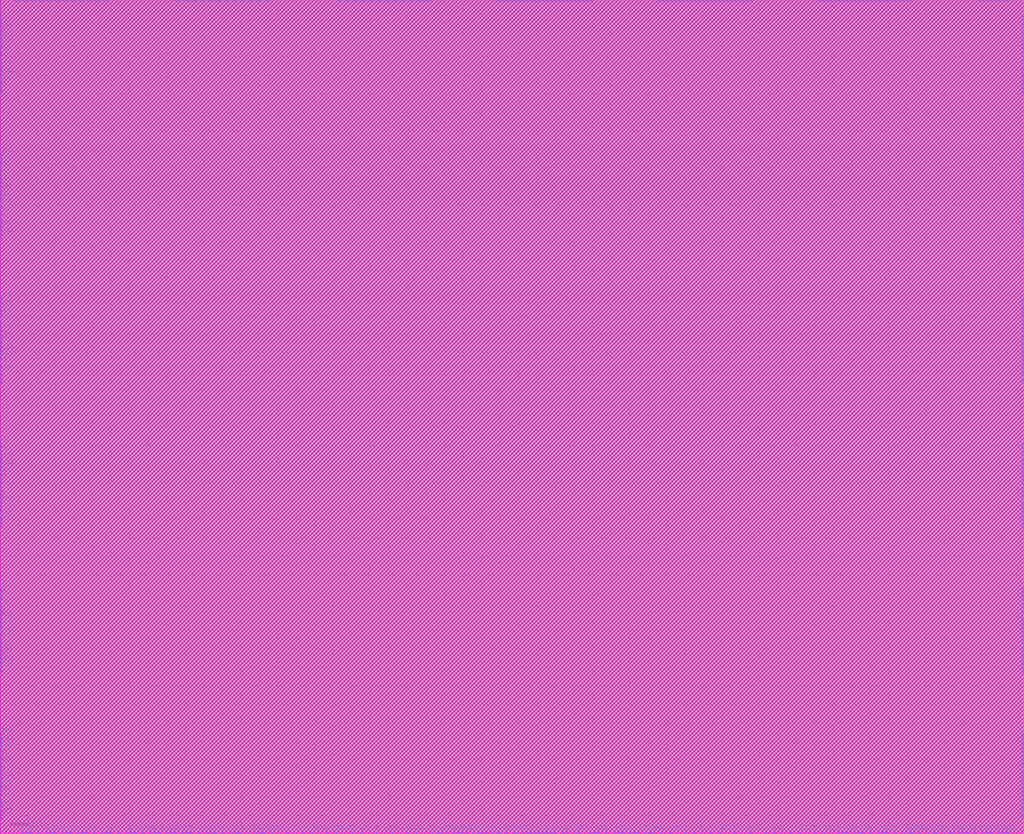
<source format=lef>
# 
#              Synchronous High Speed Single Port SRAM Compiler 
# 
#                    UMC 0.18um GenericII Logic Process
#    __________________________________________________________________________
# 
# 
#      (C) Copyright 2002-2009 Faraday Technology Corp. All Rights Reserved.
#    
#    This source code is an unpublished work belongs to Faraday Technology
#    Corp.  It is considered a trade secret and is not to be divulged or
#    used by parties who have not received written authorization from
#    Faraday Technology Corp.
#    
#    Faraday's home page can be found at:
#    http://www.faraday-tech.com/
#   
#       Module Name      : sram_1024
#       Words            : 1024
#       Bits             : 32
#       Byte-Write       : 1
#       Aspect Ratio     : 1
#       Output Loading   : 0.5  (pf)
#       Data Slew        : 0.5  (ns)
#       CK Slew          : 0.5  (ns)
#       Power Ring Width : 2  (um)
# 
# -----------------------------------------------------------------------------
# 
#       Library          : FSA0M_A
#       Memaker          : 200901.2.1
#       Date             : 2021/01/08 15:34:03
# 
# -----------------------------------------------------------------------------


NAMESCASESENSITIVE ON ;
MACRO sram_1024
CLASS BLOCK ;
FOREIGN sram_1024 0.000 0.000 ;
ORIGIN 0.000 0.000 ;
SIZE 553.040 BY 450.800 ;
SYMMETRY x y r90 ;
SITE core ;
PIN VCC
  DIRECTION INOUT ;
  USE POWER ;
  SHAPE ABUTMENT ;
 PORT
  LAYER metal4 ;
  RECT 551.920 439.380 553.040 442.620 ;
  LAYER metal3 ;
  RECT 551.920 439.380 553.040 442.620 ;
  LAYER metal2 ;
  RECT 551.920 439.380 553.040 442.620 ;
  LAYER metal1 ;
  RECT 551.920 439.380 553.040 442.620 ;
 END
 PORT
  LAYER metal4 ;
  RECT 551.920 431.540 553.040 434.780 ;
  LAYER metal3 ;
  RECT 551.920 431.540 553.040 434.780 ;
  LAYER metal2 ;
  RECT 551.920 431.540 553.040 434.780 ;
  LAYER metal1 ;
  RECT 551.920 431.540 553.040 434.780 ;
 END
 PORT
  LAYER metal4 ;
  RECT 551.920 423.700 553.040 426.940 ;
  LAYER metal3 ;
  RECT 551.920 423.700 553.040 426.940 ;
  LAYER metal2 ;
  RECT 551.920 423.700 553.040 426.940 ;
  LAYER metal1 ;
  RECT 551.920 423.700 553.040 426.940 ;
 END
 PORT
  LAYER metal4 ;
  RECT 551.920 415.860 553.040 419.100 ;
  LAYER metal3 ;
  RECT 551.920 415.860 553.040 419.100 ;
  LAYER metal2 ;
  RECT 551.920 415.860 553.040 419.100 ;
  LAYER metal1 ;
  RECT 551.920 415.860 553.040 419.100 ;
 END
 PORT
  LAYER metal4 ;
  RECT 551.920 408.020 553.040 411.260 ;
  LAYER metal3 ;
  RECT 551.920 408.020 553.040 411.260 ;
  LAYER metal2 ;
  RECT 551.920 408.020 553.040 411.260 ;
  LAYER metal1 ;
  RECT 551.920 408.020 553.040 411.260 ;
 END
 PORT
  LAYER metal4 ;
  RECT 551.920 400.180 553.040 403.420 ;
  LAYER metal3 ;
  RECT 551.920 400.180 553.040 403.420 ;
  LAYER metal2 ;
  RECT 551.920 400.180 553.040 403.420 ;
  LAYER metal1 ;
  RECT 551.920 400.180 553.040 403.420 ;
 END
 PORT
  LAYER metal4 ;
  RECT 551.920 360.980 553.040 364.220 ;
  LAYER metal3 ;
  RECT 551.920 360.980 553.040 364.220 ;
  LAYER metal2 ;
  RECT 551.920 360.980 553.040 364.220 ;
  LAYER metal1 ;
  RECT 551.920 360.980 553.040 364.220 ;
 END
 PORT
  LAYER metal4 ;
  RECT 551.920 353.140 553.040 356.380 ;
  LAYER metal3 ;
  RECT 551.920 353.140 553.040 356.380 ;
  LAYER metal2 ;
  RECT 551.920 353.140 553.040 356.380 ;
  LAYER metal1 ;
  RECT 551.920 353.140 553.040 356.380 ;
 END
 PORT
  LAYER metal4 ;
  RECT 551.920 345.300 553.040 348.540 ;
  LAYER metal3 ;
  RECT 551.920 345.300 553.040 348.540 ;
  LAYER metal2 ;
  RECT 551.920 345.300 553.040 348.540 ;
  LAYER metal1 ;
  RECT 551.920 345.300 553.040 348.540 ;
 END
 PORT
  LAYER metal4 ;
  RECT 551.920 337.460 553.040 340.700 ;
  LAYER metal3 ;
  RECT 551.920 337.460 553.040 340.700 ;
  LAYER metal2 ;
  RECT 551.920 337.460 553.040 340.700 ;
  LAYER metal1 ;
  RECT 551.920 337.460 553.040 340.700 ;
 END
 PORT
  LAYER metal4 ;
  RECT 551.920 329.620 553.040 332.860 ;
  LAYER metal3 ;
  RECT 551.920 329.620 553.040 332.860 ;
  LAYER metal2 ;
  RECT 551.920 329.620 553.040 332.860 ;
  LAYER metal1 ;
  RECT 551.920 329.620 553.040 332.860 ;
 END
 PORT
  LAYER metal4 ;
  RECT 551.920 321.780 553.040 325.020 ;
  LAYER metal3 ;
  RECT 551.920 321.780 553.040 325.020 ;
  LAYER metal2 ;
  RECT 551.920 321.780 553.040 325.020 ;
  LAYER metal1 ;
  RECT 551.920 321.780 553.040 325.020 ;
 END
 PORT
  LAYER metal4 ;
  RECT 551.920 282.580 553.040 285.820 ;
  LAYER metal3 ;
  RECT 551.920 282.580 553.040 285.820 ;
  LAYER metal2 ;
  RECT 551.920 282.580 553.040 285.820 ;
  LAYER metal1 ;
  RECT 551.920 282.580 553.040 285.820 ;
 END
 PORT
  LAYER metal4 ;
  RECT 551.920 274.740 553.040 277.980 ;
  LAYER metal3 ;
  RECT 551.920 274.740 553.040 277.980 ;
  LAYER metal2 ;
  RECT 551.920 274.740 553.040 277.980 ;
  LAYER metal1 ;
  RECT 551.920 274.740 553.040 277.980 ;
 END
 PORT
  LAYER metal4 ;
  RECT 551.920 266.900 553.040 270.140 ;
  LAYER metal3 ;
  RECT 551.920 266.900 553.040 270.140 ;
  LAYER metal2 ;
  RECT 551.920 266.900 553.040 270.140 ;
  LAYER metal1 ;
  RECT 551.920 266.900 553.040 270.140 ;
 END
 PORT
  LAYER metal4 ;
  RECT 551.920 259.060 553.040 262.300 ;
  LAYER metal3 ;
  RECT 551.920 259.060 553.040 262.300 ;
  LAYER metal2 ;
  RECT 551.920 259.060 553.040 262.300 ;
  LAYER metal1 ;
  RECT 551.920 259.060 553.040 262.300 ;
 END
 PORT
  LAYER metal4 ;
  RECT 551.920 251.220 553.040 254.460 ;
  LAYER metal3 ;
  RECT 551.920 251.220 553.040 254.460 ;
  LAYER metal2 ;
  RECT 551.920 251.220 553.040 254.460 ;
  LAYER metal1 ;
  RECT 551.920 251.220 553.040 254.460 ;
 END
 PORT
  LAYER metal4 ;
  RECT 551.920 243.380 553.040 246.620 ;
  LAYER metal3 ;
  RECT 551.920 243.380 553.040 246.620 ;
  LAYER metal2 ;
  RECT 551.920 243.380 553.040 246.620 ;
  LAYER metal1 ;
  RECT 551.920 243.380 553.040 246.620 ;
 END
 PORT
  LAYER metal4 ;
  RECT 551.920 204.180 553.040 207.420 ;
  LAYER metal3 ;
  RECT 551.920 204.180 553.040 207.420 ;
  LAYER metal2 ;
  RECT 551.920 204.180 553.040 207.420 ;
  LAYER metal1 ;
  RECT 551.920 204.180 553.040 207.420 ;
 END
 PORT
  LAYER metal4 ;
  RECT 551.920 196.340 553.040 199.580 ;
  LAYER metal3 ;
  RECT 551.920 196.340 553.040 199.580 ;
  LAYER metal2 ;
  RECT 551.920 196.340 553.040 199.580 ;
  LAYER metal1 ;
  RECT 551.920 196.340 553.040 199.580 ;
 END
 PORT
  LAYER metal4 ;
  RECT 551.920 188.500 553.040 191.740 ;
  LAYER metal3 ;
  RECT 551.920 188.500 553.040 191.740 ;
  LAYER metal2 ;
  RECT 551.920 188.500 553.040 191.740 ;
  LAYER metal1 ;
  RECT 551.920 188.500 553.040 191.740 ;
 END
 PORT
  LAYER metal4 ;
  RECT 551.920 180.660 553.040 183.900 ;
  LAYER metal3 ;
  RECT 551.920 180.660 553.040 183.900 ;
  LAYER metal2 ;
  RECT 551.920 180.660 553.040 183.900 ;
  LAYER metal1 ;
  RECT 551.920 180.660 553.040 183.900 ;
 END
 PORT
  LAYER metal4 ;
  RECT 551.920 172.820 553.040 176.060 ;
  LAYER metal3 ;
  RECT 551.920 172.820 553.040 176.060 ;
  LAYER metal2 ;
  RECT 551.920 172.820 553.040 176.060 ;
  LAYER metal1 ;
  RECT 551.920 172.820 553.040 176.060 ;
 END
 PORT
  LAYER metal4 ;
  RECT 551.920 164.980 553.040 168.220 ;
  LAYER metal3 ;
  RECT 551.920 164.980 553.040 168.220 ;
  LAYER metal2 ;
  RECT 551.920 164.980 553.040 168.220 ;
  LAYER metal1 ;
  RECT 551.920 164.980 553.040 168.220 ;
 END
 PORT
  LAYER metal4 ;
  RECT 551.920 125.780 553.040 129.020 ;
  LAYER metal3 ;
  RECT 551.920 125.780 553.040 129.020 ;
  LAYER metal2 ;
  RECT 551.920 125.780 553.040 129.020 ;
  LAYER metal1 ;
  RECT 551.920 125.780 553.040 129.020 ;
 END
 PORT
  LAYER metal4 ;
  RECT 551.920 117.940 553.040 121.180 ;
  LAYER metal3 ;
  RECT 551.920 117.940 553.040 121.180 ;
  LAYER metal2 ;
  RECT 551.920 117.940 553.040 121.180 ;
  LAYER metal1 ;
  RECT 551.920 117.940 553.040 121.180 ;
 END
 PORT
  LAYER metal4 ;
  RECT 551.920 110.100 553.040 113.340 ;
  LAYER metal3 ;
  RECT 551.920 110.100 553.040 113.340 ;
  LAYER metal2 ;
  RECT 551.920 110.100 553.040 113.340 ;
  LAYER metal1 ;
  RECT 551.920 110.100 553.040 113.340 ;
 END
 PORT
  LAYER metal4 ;
  RECT 551.920 102.260 553.040 105.500 ;
  LAYER metal3 ;
  RECT 551.920 102.260 553.040 105.500 ;
  LAYER metal2 ;
  RECT 551.920 102.260 553.040 105.500 ;
  LAYER metal1 ;
  RECT 551.920 102.260 553.040 105.500 ;
 END
 PORT
  LAYER metal4 ;
  RECT 551.920 94.420 553.040 97.660 ;
  LAYER metal3 ;
  RECT 551.920 94.420 553.040 97.660 ;
  LAYER metal2 ;
  RECT 551.920 94.420 553.040 97.660 ;
  LAYER metal1 ;
  RECT 551.920 94.420 553.040 97.660 ;
 END
 PORT
  LAYER metal4 ;
  RECT 551.920 86.580 553.040 89.820 ;
  LAYER metal3 ;
  RECT 551.920 86.580 553.040 89.820 ;
  LAYER metal2 ;
  RECT 551.920 86.580 553.040 89.820 ;
  LAYER metal1 ;
  RECT 551.920 86.580 553.040 89.820 ;
 END
 PORT
  LAYER metal4 ;
  RECT 551.920 47.380 553.040 50.620 ;
  LAYER metal3 ;
  RECT 551.920 47.380 553.040 50.620 ;
  LAYER metal2 ;
  RECT 551.920 47.380 553.040 50.620 ;
  LAYER metal1 ;
  RECT 551.920 47.380 553.040 50.620 ;
 END
 PORT
  LAYER metal4 ;
  RECT 551.920 39.540 553.040 42.780 ;
  LAYER metal3 ;
  RECT 551.920 39.540 553.040 42.780 ;
  LAYER metal2 ;
  RECT 551.920 39.540 553.040 42.780 ;
  LAYER metal1 ;
  RECT 551.920 39.540 553.040 42.780 ;
 END
 PORT
  LAYER metal4 ;
  RECT 551.920 31.700 553.040 34.940 ;
  LAYER metal3 ;
  RECT 551.920 31.700 553.040 34.940 ;
  LAYER metal2 ;
  RECT 551.920 31.700 553.040 34.940 ;
  LAYER metal1 ;
  RECT 551.920 31.700 553.040 34.940 ;
 END
 PORT
  LAYER metal4 ;
  RECT 551.920 23.860 553.040 27.100 ;
  LAYER metal3 ;
  RECT 551.920 23.860 553.040 27.100 ;
  LAYER metal2 ;
  RECT 551.920 23.860 553.040 27.100 ;
  LAYER metal1 ;
  RECT 551.920 23.860 553.040 27.100 ;
 END
 PORT
  LAYER metal4 ;
  RECT 551.920 16.020 553.040 19.260 ;
  LAYER metal3 ;
  RECT 551.920 16.020 553.040 19.260 ;
  LAYER metal2 ;
  RECT 551.920 16.020 553.040 19.260 ;
  LAYER metal1 ;
  RECT 551.920 16.020 553.040 19.260 ;
 END
 PORT
  LAYER metal4 ;
  RECT 551.920 8.180 553.040 11.420 ;
  LAYER metal3 ;
  RECT 551.920 8.180 553.040 11.420 ;
  LAYER metal2 ;
  RECT 551.920 8.180 553.040 11.420 ;
  LAYER metal1 ;
  RECT 551.920 8.180 553.040 11.420 ;
 END
 PORT
  LAYER metal4 ;
  RECT 0.000 439.380 1.120 442.620 ;
  LAYER metal3 ;
  RECT 0.000 439.380 1.120 442.620 ;
  LAYER metal2 ;
  RECT 0.000 439.380 1.120 442.620 ;
  LAYER metal1 ;
  RECT 0.000 439.380 1.120 442.620 ;
 END
 PORT
  LAYER metal4 ;
  RECT 0.000 431.540 1.120 434.780 ;
  LAYER metal3 ;
  RECT 0.000 431.540 1.120 434.780 ;
  LAYER metal2 ;
  RECT 0.000 431.540 1.120 434.780 ;
  LAYER metal1 ;
  RECT 0.000 431.540 1.120 434.780 ;
 END
 PORT
  LAYER metal4 ;
  RECT 0.000 423.700 1.120 426.940 ;
  LAYER metal3 ;
  RECT 0.000 423.700 1.120 426.940 ;
  LAYER metal2 ;
  RECT 0.000 423.700 1.120 426.940 ;
  LAYER metal1 ;
  RECT 0.000 423.700 1.120 426.940 ;
 END
 PORT
  LAYER metal4 ;
  RECT 0.000 415.860 1.120 419.100 ;
  LAYER metal3 ;
  RECT 0.000 415.860 1.120 419.100 ;
  LAYER metal2 ;
  RECT 0.000 415.860 1.120 419.100 ;
  LAYER metal1 ;
  RECT 0.000 415.860 1.120 419.100 ;
 END
 PORT
  LAYER metal4 ;
  RECT 0.000 408.020 1.120 411.260 ;
  LAYER metal3 ;
  RECT 0.000 408.020 1.120 411.260 ;
  LAYER metal2 ;
  RECT 0.000 408.020 1.120 411.260 ;
  LAYER metal1 ;
  RECT 0.000 408.020 1.120 411.260 ;
 END
 PORT
  LAYER metal4 ;
  RECT 0.000 400.180 1.120 403.420 ;
  LAYER metal3 ;
  RECT 0.000 400.180 1.120 403.420 ;
  LAYER metal2 ;
  RECT 0.000 400.180 1.120 403.420 ;
  LAYER metal1 ;
  RECT 0.000 400.180 1.120 403.420 ;
 END
 PORT
  LAYER metal4 ;
  RECT 0.000 360.980 1.120 364.220 ;
  LAYER metal3 ;
  RECT 0.000 360.980 1.120 364.220 ;
  LAYER metal2 ;
  RECT 0.000 360.980 1.120 364.220 ;
  LAYER metal1 ;
  RECT 0.000 360.980 1.120 364.220 ;
 END
 PORT
  LAYER metal4 ;
  RECT 0.000 353.140 1.120 356.380 ;
  LAYER metal3 ;
  RECT 0.000 353.140 1.120 356.380 ;
  LAYER metal2 ;
  RECT 0.000 353.140 1.120 356.380 ;
  LAYER metal1 ;
  RECT 0.000 353.140 1.120 356.380 ;
 END
 PORT
  LAYER metal4 ;
  RECT 0.000 345.300 1.120 348.540 ;
  LAYER metal3 ;
  RECT 0.000 345.300 1.120 348.540 ;
  LAYER metal2 ;
  RECT 0.000 345.300 1.120 348.540 ;
  LAYER metal1 ;
  RECT 0.000 345.300 1.120 348.540 ;
 END
 PORT
  LAYER metal4 ;
  RECT 0.000 337.460 1.120 340.700 ;
  LAYER metal3 ;
  RECT 0.000 337.460 1.120 340.700 ;
  LAYER metal2 ;
  RECT 0.000 337.460 1.120 340.700 ;
  LAYER metal1 ;
  RECT 0.000 337.460 1.120 340.700 ;
 END
 PORT
  LAYER metal4 ;
  RECT 0.000 329.620 1.120 332.860 ;
  LAYER metal3 ;
  RECT 0.000 329.620 1.120 332.860 ;
  LAYER metal2 ;
  RECT 0.000 329.620 1.120 332.860 ;
  LAYER metal1 ;
  RECT 0.000 329.620 1.120 332.860 ;
 END
 PORT
  LAYER metal4 ;
  RECT 0.000 321.780 1.120 325.020 ;
  LAYER metal3 ;
  RECT 0.000 321.780 1.120 325.020 ;
  LAYER metal2 ;
  RECT 0.000 321.780 1.120 325.020 ;
  LAYER metal1 ;
  RECT 0.000 321.780 1.120 325.020 ;
 END
 PORT
  LAYER metal4 ;
  RECT 0.000 282.580 1.120 285.820 ;
  LAYER metal3 ;
  RECT 0.000 282.580 1.120 285.820 ;
  LAYER metal2 ;
  RECT 0.000 282.580 1.120 285.820 ;
  LAYER metal1 ;
  RECT 0.000 282.580 1.120 285.820 ;
 END
 PORT
  LAYER metal4 ;
  RECT 0.000 274.740 1.120 277.980 ;
  LAYER metal3 ;
  RECT 0.000 274.740 1.120 277.980 ;
  LAYER metal2 ;
  RECT 0.000 274.740 1.120 277.980 ;
  LAYER metal1 ;
  RECT 0.000 274.740 1.120 277.980 ;
 END
 PORT
  LAYER metal4 ;
  RECT 0.000 266.900 1.120 270.140 ;
  LAYER metal3 ;
  RECT 0.000 266.900 1.120 270.140 ;
  LAYER metal2 ;
  RECT 0.000 266.900 1.120 270.140 ;
  LAYER metal1 ;
  RECT 0.000 266.900 1.120 270.140 ;
 END
 PORT
  LAYER metal4 ;
  RECT 0.000 259.060 1.120 262.300 ;
  LAYER metal3 ;
  RECT 0.000 259.060 1.120 262.300 ;
  LAYER metal2 ;
  RECT 0.000 259.060 1.120 262.300 ;
  LAYER metal1 ;
  RECT 0.000 259.060 1.120 262.300 ;
 END
 PORT
  LAYER metal4 ;
  RECT 0.000 251.220 1.120 254.460 ;
  LAYER metal3 ;
  RECT 0.000 251.220 1.120 254.460 ;
  LAYER metal2 ;
  RECT 0.000 251.220 1.120 254.460 ;
  LAYER metal1 ;
  RECT 0.000 251.220 1.120 254.460 ;
 END
 PORT
  LAYER metal4 ;
  RECT 0.000 243.380 1.120 246.620 ;
  LAYER metal3 ;
  RECT 0.000 243.380 1.120 246.620 ;
  LAYER metal2 ;
  RECT 0.000 243.380 1.120 246.620 ;
  LAYER metal1 ;
  RECT 0.000 243.380 1.120 246.620 ;
 END
 PORT
  LAYER metal4 ;
  RECT 0.000 204.180 1.120 207.420 ;
  LAYER metal3 ;
  RECT 0.000 204.180 1.120 207.420 ;
  LAYER metal2 ;
  RECT 0.000 204.180 1.120 207.420 ;
  LAYER metal1 ;
  RECT 0.000 204.180 1.120 207.420 ;
 END
 PORT
  LAYER metal4 ;
  RECT 0.000 196.340 1.120 199.580 ;
  LAYER metal3 ;
  RECT 0.000 196.340 1.120 199.580 ;
  LAYER metal2 ;
  RECT 0.000 196.340 1.120 199.580 ;
  LAYER metal1 ;
  RECT 0.000 196.340 1.120 199.580 ;
 END
 PORT
  LAYER metal4 ;
  RECT 0.000 188.500 1.120 191.740 ;
  LAYER metal3 ;
  RECT 0.000 188.500 1.120 191.740 ;
  LAYER metal2 ;
  RECT 0.000 188.500 1.120 191.740 ;
  LAYER metal1 ;
  RECT 0.000 188.500 1.120 191.740 ;
 END
 PORT
  LAYER metal4 ;
  RECT 0.000 180.660 1.120 183.900 ;
  LAYER metal3 ;
  RECT 0.000 180.660 1.120 183.900 ;
  LAYER metal2 ;
  RECT 0.000 180.660 1.120 183.900 ;
  LAYER metal1 ;
  RECT 0.000 180.660 1.120 183.900 ;
 END
 PORT
  LAYER metal4 ;
  RECT 0.000 172.820 1.120 176.060 ;
  LAYER metal3 ;
  RECT 0.000 172.820 1.120 176.060 ;
  LAYER metal2 ;
  RECT 0.000 172.820 1.120 176.060 ;
  LAYER metal1 ;
  RECT 0.000 172.820 1.120 176.060 ;
 END
 PORT
  LAYER metal4 ;
  RECT 0.000 164.980 1.120 168.220 ;
  LAYER metal3 ;
  RECT 0.000 164.980 1.120 168.220 ;
  LAYER metal2 ;
  RECT 0.000 164.980 1.120 168.220 ;
  LAYER metal1 ;
  RECT 0.000 164.980 1.120 168.220 ;
 END
 PORT
  LAYER metal4 ;
  RECT 0.000 125.780 1.120 129.020 ;
  LAYER metal3 ;
  RECT 0.000 125.780 1.120 129.020 ;
  LAYER metal2 ;
  RECT 0.000 125.780 1.120 129.020 ;
  LAYER metal1 ;
  RECT 0.000 125.780 1.120 129.020 ;
 END
 PORT
  LAYER metal4 ;
  RECT 0.000 117.940 1.120 121.180 ;
  LAYER metal3 ;
  RECT 0.000 117.940 1.120 121.180 ;
  LAYER metal2 ;
  RECT 0.000 117.940 1.120 121.180 ;
  LAYER metal1 ;
  RECT 0.000 117.940 1.120 121.180 ;
 END
 PORT
  LAYER metal4 ;
  RECT 0.000 110.100 1.120 113.340 ;
  LAYER metal3 ;
  RECT 0.000 110.100 1.120 113.340 ;
  LAYER metal2 ;
  RECT 0.000 110.100 1.120 113.340 ;
  LAYER metal1 ;
  RECT 0.000 110.100 1.120 113.340 ;
 END
 PORT
  LAYER metal4 ;
  RECT 0.000 102.260 1.120 105.500 ;
  LAYER metal3 ;
  RECT 0.000 102.260 1.120 105.500 ;
  LAYER metal2 ;
  RECT 0.000 102.260 1.120 105.500 ;
  LAYER metal1 ;
  RECT 0.000 102.260 1.120 105.500 ;
 END
 PORT
  LAYER metal4 ;
  RECT 0.000 94.420 1.120 97.660 ;
  LAYER metal3 ;
  RECT 0.000 94.420 1.120 97.660 ;
  LAYER metal2 ;
  RECT 0.000 94.420 1.120 97.660 ;
  LAYER metal1 ;
  RECT 0.000 94.420 1.120 97.660 ;
 END
 PORT
  LAYER metal4 ;
  RECT 0.000 86.580 1.120 89.820 ;
  LAYER metal3 ;
  RECT 0.000 86.580 1.120 89.820 ;
  LAYER metal2 ;
  RECT 0.000 86.580 1.120 89.820 ;
  LAYER metal1 ;
  RECT 0.000 86.580 1.120 89.820 ;
 END
 PORT
  LAYER metal4 ;
  RECT 0.000 47.380 1.120 50.620 ;
  LAYER metal3 ;
  RECT 0.000 47.380 1.120 50.620 ;
  LAYER metal2 ;
  RECT 0.000 47.380 1.120 50.620 ;
  LAYER metal1 ;
  RECT 0.000 47.380 1.120 50.620 ;
 END
 PORT
  LAYER metal4 ;
  RECT 0.000 39.540 1.120 42.780 ;
  LAYER metal3 ;
  RECT 0.000 39.540 1.120 42.780 ;
  LAYER metal2 ;
  RECT 0.000 39.540 1.120 42.780 ;
  LAYER metal1 ;
  RECT 0.000 39.540 1.120 42.780 ;
 END
 PORT
  LAYER metal4 ;
  RECT 0.000 31.700 1.120 34.940 ;
  LAYER metal3 ;
  RECT 0.000 31.700 1.120 34.940 ;
  LAYER metal2 ;
  RECT 0.000 31.700 1.120 34.940 ;
  LAYER metal1 ;
  RECT 0.000 31.700 1.120 34.940 ;
 END
 PORT
  LAYER metal4 ;
  RECT 0.000 23.860 1.120 27.100 ;
  LAYER metal3 ;
  RECT 0.000 23.860 1.120 27.100 ;
  LAYER metal2 ;
  RECT 0.000 23.860 1.120 27.100 ;
  LAYER metal1 ;
  RECT 0.000 23.860 1.120 27.100 ;
 END
 PORT
  LAYER metal4 ;
  RECT 0.000 16.020 1.120 19.260 ;
  LAYER metal3 ;
  RECT 0.000 16.020 1.120 19.260 ;
  LAYER metal2 ;
  RECT 0.000 16.020 1.120 19.260 ;
  LAYER metal1 ;
  RECT 0.000 16.020 1.120 19.260 ;
 END
 PORT
  LAYER metal4 ;
  RECT 0.000 8.180 1.120 11.420 ;
  LAYER metal3 ;
  RECT 0.000 8.180 1.120 11.420 ;
  LAYER metal2 ;
  RECT 0.000 8.180 1.120 11.420 ;
  LAYER metal1 ;
  RECT 0.000 8.180 1.120 11.420 ;
 END
 PORT
  LAYER metal4 ;
  RECT 537.320 449.680 540.860 450.800 ;
  LAYER metal3 ;
  RECT 537.320 449.680 540.860 450.800 ;
  LAYER metal2 ;
  RECT 537.320 449.680 540.860 450.800 ;
  LAYER metal1 ;
  RECT 537.320 449.680 540.860 450.800 ;
 END
 PORT
  LAYER metal4 ;
  RECT 528.640 449.680 532.180 450.800 ;
  LAYER metal3 ;
  RECT 528.640 449.680 532.180 450.800 ;
  LAYER metal2 ;
  RECT 528.640 449.680 532.180 450.800 ;
  LAYER metal1 ;
  RECT 528.640 449.680 532.180 450.800 ;
 END
 PORT
  LAYER metal4 ;
  RECT 485.240 449.680 488.780 450.800 ;
  LAYER metal3 ;
  RECT 485.240 449.680 488.780 450.800 ;
  LAYER metal2 ;
  RECT 485.240 449.680 488.780 450.800 ;
  LAYER metal1 ;
  RECT 485.240 449.680 488.780 450.800 ;
 END
 PORT
  LAYER metal4 ;
  RECT 476.560 449.680 480.100 450.800 ;
  LAYER metal3 ;
  RECT 476.560 449.680 480.100 450.800 ;
  LAYER metal2 ;
  RECT 476.560 449.680 480.100 450.800 ;
  LAYER metal1 ;
  RECT 476.560 449.680 480.100 450.800 ;
 END
 PORT
  LAYER metal4 ;
  RECT 467.880 449.680 471.420 450.800 ;
  LAYER metal3 ;
  RECT 467.880 449.680 471.420 450.800 ;
  LAYER metal2 ;
  RECT 467.880 449.680 471.420 450.800 ;
  LAYER metal1 ;
  RECT 467.880 449.680 471.420 450.800 ;
 END
 PORT
  LAYER metal4 ;
  RECT 459.200 449.680 462.740 450.800 ;
  LAYER metal3 ;
  RECT 459.200 449.680 462.740 450.800 ;
  LAYER metal2 ;
  RECT 459.200 449.680 462.740 450.800 ;
  LAYER metal1 ;
  RECT 459.200 449.680 462.740 450.800 ;
 END
 PORT
  LAYER metal4 ;
  RECT 450.520 449.680 454.060 450.800 ;
  LAYER metal3 ;
  RECT 450.520 449.680 454.060 450.800 ;
  LAYER metal2 ;
  RECT 450.520 449.680 454.060 450.800 ;
  LAYER metal1 ;
  RECT 450.520 449.680 454.060 450.800 ;
 END
 PORT
  LAYER metal4 ;
  RECT 441.840 449.680 445.380 450.800 ;
  LAYER metal3 ;
  RECT 441.840 449.680 445.380 450.800 ;
  LAYER metal2 ;
  RECT 441.840 449.680 445.380 450.800 ;
  LAYER metal1 ;
  RECT 441.840 449.680 445.380 450.800 ;
 END
 PORT
  LAYER metal4 ;
  RECT 398.440 449.680 401.980 450.800 ;
  LAYER metal3 ;
  RECT 398.440 449.680 401.980 450.800 ;
  LAYER metal2 ;
  RECT 398.440 449.680 401.980 450.800 ;
  LAYER metal1 ;
  RECT 398.440 449.680 401.980 450.800 ;
 END
 PORT
  LAYER metal4 ;
  RECT 389.760 449.680 393.300 450.800 ;
  LAYER metal3 ;
  RECT 389.760 449.680 393.300 450.800 ;
  LAYER metal2 ;
  RECT 389.760 449.680 393.300 450.800 ;
  LAYER metal1 ;
  RECT 389.760 449.680 393.300 450.800 ;
 END
 PORT
  LAYER metal4 ;
  RECT 381.080 449.680 384.620 450.800 ;
  LAYER metal3 ;
  RECT 381.080 449.680 384.620 450.800 ;
  LAYER metal2 ;
  RECT 381.080 449.680 384.620 450.800 ;
  LAYER metal1 ;
  RECT 381.080 449.680 384.620 450.800 ;
 END
 PORT
  LAYER metal4 ;
  RECT 372.400 449.680 375.940 450.800 ;
  LAYER metal3 ;
  RECT 372.400 449.680 375.940 450.800 ;
  LAYER metal2 ;
  RECT 372.400 449.680 375.940 450.800 ;
  LAYER metal1 ;
  RECT 372.400 449.680 375.940 450.800 ;
 END
 PORT
  LAYER metal4 ;
  RECT 363.720 449.680 367.260 450.800 ;
  LAYER metal3 ;
  RECT 363.720 449.680 367.260 450.800 ;
  LAYER metal2 ;
  RECT 363.720 449.680 367.260 450.800 ;
  LAYER metal1 ;
  RECT 363.720 449.680 367.260 450.800 ;
 END
 PORT
  LAYER metal4 ;
  RECT 355.040 449.680 358.580 450.800 ;
  LAYER metal3 ;
  RECT 355.040 449.680 358.580 450.800 ;
  LAYER metal2 ;
  RECT 355.040 449.680 358.580 450.800 ;
  LAYER metal1 ;
  RECT 355.040 449.680 358.580 450.800 ;
 END
 PORT
  LAYER metal4 ;
  RECT 311.640 449.680 315.180 450.800 ;
  LAYER metal3 ;
  RECT 311.640 449.680 315.180 450.800 ;
  LAYER metal2 ;
  RECT 311.640 449.680 315.180 450.800 ;
  LAYER metal1 ;
  RECT 311.640 449.680 315.180 450.800 ;
 END
 PORT
  LAYER metal4 ;
  RECT 302.960 449.680 306.500 450.800 ;
  LAYER metal3 ;
  RECT 302.960 449.680 306.500 450.800 ;
  LAYER metal2 ;
  RECT 302.960 449.680 306.500 450.800 ;
  LAYER metal1 ;
  RECT 302.960 449.680 306.500 450.800 ;
 END
 PORT
  LAYER metal4 ;
  RECT 294.280 449.680 297.820 450.800 ;
  LAYER metal3 ;
  RECT 294.280 449.680 297.820 450.800 ;
  LAYER metal2 ;
  RECT 294.280 449.680 297.820 450.800 ;
  LAYER metal1 ;
  RECT 294.280 449.680 297.820 450.800 ;
 END
 PORT
  LAYER metal4 ;
  RECT 285.600 449.680 289.140 450.800 ;
  LAYER metal3 ;
  RECT 285.600 449.680 289.140 450.800 ;
  LAYER metal2 ;
  RECT 285.600 449.680 289.140 450.800 ;
  LAYER metal1 ;
  RECT 285.600 449.680 289.140 450.800 ;
 END
 PORT
  LAYER metal4 ;
  RECT 276.920 449.680 280.460 450.800 ;
  LAYER metal3 ;
  RECT 276.920 449.680 280.460 450.800 ;
  LAYER metal2 ;
  RECT 276.920 449.680 280.460 450.800 ;
  LAYER metal1 ;
  RECT 276.920 449.680 280.460 450.800 ;
 END
 PORT
  LAYER metal4 ;
  RECT 268.240 449.680 271.780 450.800 ;
  LAYER metal3 ;
  RECT 268.240 449.680 271.780 450.800 ;
  LAYER metal2 ;
  RECT 268.240 449.680 271.780 450.800 ;
  LAYER metal1 ;
  RECT 268.240 449.680 271.780 450.800 ;
 END
 PORT
  LAYER metal4 ;
  RECT 224.840 449.680 228.380 450.800 ;
  LAYER metal3 ;
  RECT 224.840 449.680 228.380 450.800 ;
  LAYER metal2 ;
  RECT 224.840 449.680 228.380 450.800 ;
  LAYER metal1 ;
  RECT 224.840 449.680 228.380 450.800 ;
 END
 PORT
  LAYER metal4 ;
  RECT 216.160 449.680 219.700 450.800 ;
  LAYER metal3 ;
  RECT 216.160 449.680 219.700 450.800 ;
  LAYER metal2 ;
  RECT 216.160 449.680 219.700 450.800 ;
  LAYER metal1 ;
  RECT 216.160 449.680 219.700 450.800 ;
 END
 PORT
  LAYER metal4 ;
  RECT 207.480 449.680 211.020 450.800 ;
  LAYER metal3 ;
  RECT 207.480 449.680 211.020 450.800 ;
  LAYER metal2 ;
  RECT 207.480 449.680 211.020 450.800 ;
  LAYER metal1 ;
  RECT 207.480 449.680 211.020 450.800 ;
 END
 PORT
  LAYER metal4 ;
  RECT 198.800 449.680 202.340 450.800 ;
  LAYER metal3 ;
  RECT 198.800 449.680 202.340 450.800 ;
  LAYER metal2 ;
  RECT 198.800 449.680 202.340 450.800 ;
  LAYER metal1 ;
  RECT 198.800 449.680 202.340 450.800 ;
 END
 PORT
  LAYER metal4 ;
  RECT 190.120 449.680 193.660 450.800 ;
  LAYER metal3 ;
  RECT 190.120 449.680 193.660 450.800 ;
  LAYER metal2 ;
  RECT 190.120 449.680 193.660 450.800 ;
  LAYER metal1 ;
  RECT 190.120 449.680 193.660 450.800 ;
 END
 PORT
  LAYER metal4 ;
  RECT 181.440 449.680 184.980 450.800 ;
  LAYER metal3 ;
  RECT 181.440 449.680 184.980 450.800 ;
  LAYER metal2 ;
  RECT 181.440 449.680 184.980 450.800 ;
  LAYER metal1 ;
  RECT 181.440 449.680 184.980 450.800 ;
 END
 PORT
  LAYER metal4 ;
  RECT 138.040 449.680 141.580 450.800 ;
  LAYER metal3 ;
  RECT 138.040 449.680 141.580 450.800 ;
  LAYER metal2 ;
  RECT 138.040 449.680 141.580 450.800 ;
  LAYER metal1 ;
  RECT 138.040 449.680 141.580 450.800 ;
 END
 PORT
  LAYER metal4 ;
  RECT 129.360 449.680 132.900 450.800 ;
  LAYER metal3 ;
  RECT 129.360 449.680 132.900 450.800 ;
  LAYER metal2 ;
  RECT 129.360 449.680 132.900 450.800 ;
  LAYER metal1 ;
  RECT 129.360 449.680 132.900 450.800 ;
 END
 PORT
  LAYER metal4 ;
  RECT 120.680 449.680 124.220 450.800 ;
  LAYER metal3 ;
  RECT 120.680 449.680 124.220 450.800 ;
  LAYER metal2 ;
  RECT 120.680 449.680 124.220 450.800 ;
  LAYER metal1 ;
  RECT 120.680 449.680 124.220 450.800 ;
 END
 PORT
  LAYER metal4 ;
  RECT 112.000 449.680 115.540 450.800 ;
  LAYER metal3 ;
  RECT 112.000 449.680 115.540 450.800 ;
  LAYER metal2 ;
  RECT 112.000 449.680 115.540 450.800 ;
  LAYER metal1 ;
  RECT 112.000 449.680 115.540 450.800 ;
 END
 PORT
  LAYER metal4 ;
  RECT 103.320 449.680 106.860 450.800 ;
  LAYER metal3 ;
  RECT 103.320 449.680 106.860 450.800 ;
  LAYER metal2 ;
  RECT 103.320 449.680 106.860 450.800 ;
  LAYER metal1 ;
  RECT 103.320 449.680 106.860 450.800 ;
 END
 PORT
  LAYER metal4 ;
  RECT 94.640 449.680 98.180 450.800 ;
  LAYER metal3 ;
  RECT 94.640 449.680 98.180 450.800 ;
  LAYER metal2 ;
  RECT 94.640 449.680 98.180 450.800 ;
  LAYER metal1 ;
  RECT 94.640 449.680 98.180 450.800 ;
 END
 PORT
  LAYER metal4 ;
  RECT 51.240 449.680 54.780 450.800 ;
  LAYER metal3 ;
  RECT 51.240 449.680 54.780 450.800 ;
  LAYER metal2 ;
  RECT 51.240 449.680 54.780 450.800 ;
  LAYER metal1 ;
  RECT 51.240 449.680 54.780 450.800 ;
 END
 PORT
  LAYER metal4 ;
  RECT 42.560 449.680 46.100 450.800 ;
  LAYER metal3 ;
  RECT 42.560 449.680 46.100 450.800 ;
  LAYER metal2 ;
  RECT 42.560 449.680 46.100 450.800 ;
  LAYER metal1 ;
  RECT 42.560 449.680 46.100 450.800 ;
 END
 PORT
  LAYER metal4 ;
  RECT 33.880 449.680 37.420 450.800 ;
  LAYER metal3 ;
  RECT 33.880 449.680 37.420 450.800 ;
  LAYER metal2 ;
  RECT 33.880 449.680 37.420 450.800 ;
  LAYER metal1 ;
  RECT 33.880 449.680 37.420 450.800 ;
 END
 PORT
  LAYER metal4 ;
  RECT 25.200 449.680 28.740 450.800 ;
  LAYER metal3 ;
  RECT 25.200 449.680 28.740 450.800 ;
  LAYER metal2 ;
  RECT 25.200 449.680 28.740 450.800 ;
  LAYER metal1 ;
  RECT 25.200 449.680 28.740 450.800 ;
 END
 PORT
  LAYER metal4 ;
  RECT 16.520 449.680 20.060 450.800 ;
  LAYER metal3 ;
  RECT 16.520 449.680 20.060 450.800 ;
  LAYER metal2 ;
  RECT 16.520 449.680 20.060 450.800 ;
  LAYER metal1 ;
  RECT 16.520 449.680 20.060 450.800 ;
 END
 PORT
  LAYER metal4 ;
  RECT 7.840 449.680 11.380 450.800 ;
  LAYER metal3 ;
  RECT 7.840 449.680 11.380 450.800 ;
  LAYER metal2 ;
  RECT 7.840 449.680 11.380 450.800 ;
  LAYER metal1 ;
  RECT 7.840 449.680 11.380 450.800 ;
 END
 PORT
  LAYER metal4 ;
  RECT 541.660 0.000 545.200 1.120 ;
  LAYER metal3 ;
  RECT 541.660 0.000 545.200 1.120 ;
  LAYER metal2 ;
  RECT 541.660 0.000 545.200 1.120 ;
  LAYER metal1 ;
  RECT 541.660 0.000 545.200 1.120 ;
 END
 PORT
  LAYER metal4 ;
  RECT 519.960 0.000 523.500 1.120 ;
  LAYER metal3 ;
  RECT 519.960 0.000 523.500 1.120 ;
  LAYER metal2 ;
  RECT 519.960 0.000 523.500 1.120 ;
  LAYER metal1 ;
  RECT 519.960 0.000 523.500 1.120 ;
 END
 PORT
  LAYER metal4 ;
  RECT 503.220 0.000 506.760 1.120 ;
  LAYER metal3 ;
  RECT 503.220 0.000 506.760 1.120 ;
  LAYER metal2 ;
  RECT 503.220 0.000 506.760 1.120 ;
  LAYER metal1 ;
  RECT 503.220 0.000 506.760 1.120 ;
 END
 PORT
  LAYER metal4 ;
  RECT 476.560 0.000 480.100 1.120 ;
  LAYER metal3 ;
  RECT 476.560 0.000 480.100 1.120 ;
  LAYER metal2 ;
  RECT 476.560 0.000 480.100 1.120 ;
  LAYER metal1 ;
  RECT 476.560 0.000 480.100 1.120 ;
 END
 PORT
  LAYER metal4 ;
  RECT 454.860 0.000 458.400 1.120 ;
  LAYER metal3 ;
  RECT 454.860 0.000 458.400 1.120 ;
  LAYER metal2 ;
  RECT 454.860 0.000 458.400 1.120 ;
  LAYER metal1 ;
  RECT 454.860 0.000 458.400 1.120 ;
 END
 PORT
  LAYER metal4 ;
  RECT 342.020 0.000 345.560 1.120 ;
  LAYER metal3 ;
  RECT 342.020 0.000 345.560 1.120 ;
  LAYER metal2 ;
  RECT 342.020 0.000 345.560 1.120 ;
  LAYER metal1 ;
  RECT 342.020 0.000 345.560 1.120 ;
 END
 PORT
  LAYER metal4 ;
  RECT 320.320 0.000 323.860 1.120 ;
  LAYER metal3 ;
  RECT 320.320 0.000 323.860 1.120 ;
  LAYER metal2 ;
  RECT 320.320 0.000 323.860 1.120 ;
  LAYER metal1 ;
  RECT 320.320 0.000 323.860 1.120 ;
 END
 PORT
  LAYER metal4 ;
  RECT 293.040 0.000 296.580 1.120 ;
  LAYER metal3 ;
  RECT 293.040 0.000 296.580 1.120 ;
  LAYER metal2 ;
  RECT 293.040 0.000 296.580 1.120 ;
  LAYER metal1 ;
  RECT 293.040 0.000 296.580 1.120 ;
 END
 PORT
  LAYER metal4 ;
  RECT 284.360 0.000 287.900 1.120 ;
  LAYER metal3 ;
  RECT 284.360 0.000 287.900 1.120 ;
  LAYER metal2 ;
  RECT 284.360 0.000 287.900 1.120 ;
  LAYER metal1 ;
  RECT 284.360 0.000 287.900 1.120 ;
 END
 PORT
  LAYER metal4 ;
  RECT 257.080 0.000 260.620 1.120 ;
  LAYER metal3 ;
  RECT 257.080 0.000 260.620 1.120 ;
  LAYER metal2 ;
  RECT 257.080 0.000 260.620 1.120 ;
  LAYER metal1 ;
  RECT 257.080 0.000 260.620 1.120 ;
 END
 PORT
  LAYER metal4 ;
  RECT 235.380 0.000 238.920 1.120 ;
  LAYER metal3 ;
  RECT 235.380 0.000 238.920 1.120 ;
  LAYER metal2 ;
  RECT 235.380 0.000 238.920 1.120 ;
  LAYER metal1 ;
  RECT 235.380 0.000 238.920 1.120 ;
 END
 PORT
  LAYER metal4 ;
  RECT 126.880 0.000 130.420 1.120 ;
  LAYER metal3 ;
  RECT 126.880 0.000 130.420 1.120 ;
  LAYER metal2 ;
  RECT 126.880 0.000 130.420 1.120 ;
  LAYER metal1 ;
  RECT 126.880 0.000 130.420 1.120 ;
 END
 PORT
  LAYER metal4 ;
  RECT 100.220 0.000 103.760 1.120 ;
  LAYER metal3 ;
  RECT 100.220 0.000 103.760 1.120 ;
  LAYER metal2 ;
  RECT 100.220 0.000 103.760 1.120 ;
  LAYER metal1 ;
  RECT 100.220 0.000 103.760 1.120 ;
 END
 PORT
  LAYER metal4 ;
  RECT 83.480 0.000 87.020 1.120 ;
  LAYER metal3 ;
  RECT 83.480 0.000 87.020 1.120 ;
  LAYER metal2 ;
  RECT 83.480 0.000 87.020 1.120 ;
  LAYER metal1 ;
  RECT 83.480 0.000 87.020 1.120 ;
 END
 PORT
  LAYER metal4 ;
  RECT 56.820 0.000 60.360 1.120 ;
  LAYER metal3 ;
  RECT 56.820 0.000 60.360 1.120 ;
  LAYER metal2 ;
  RECT 56.820 0.000 60.360 1.120 ;
  LAYER metal1 ;
  RECT 56.820 0.000 60.360 1.120 ;
 END
 PORT
  LAYER metal4 ;
  RECT 35.740 0.000 39.280 1.120 ;
  LAYER metal3 ;
  RECT 35.740 0.000 39.280 1.120 ;
  LAYER metal2 ;
  RECT 35.740 0.000 39.280 1.120 ;
  LAYER metal1 ;
  RECT 35.740 0.000 39.280 1.120 ;
 END
 PORT
  LAYER metal4 ;
  RECT 14.040 0.000 17.580 1.120 ;
  LAYER metal3 ;
  RECT 14.040 0.000 17.580 1.120 ;
  LAYER metal2 ;
  RECT 14.040 0.000 17.580 1.120 ;
  LAYER metal1 ;
  RECT 14.040 0.000 17.580 1.120 ;
 END
END VCC
PIN GND
  DIRECTION INOUT ;
  USE GROUND ;
  SHAPE ABUTMENT ;
 PORT
  LAYER metal4 ;
  RECT 551.920 435.460 553.040 438.700 ;
  LAYER metal3 ;
  RECT 551.920 435.460 553.040 438.700 ;
  LAYER metal2 ;
  RECT 551.920 435.460 553.040 438.700 ;
  LAYER metal1 ;
  RECT 551.920 435.460 553.040 438.700 ;
 END
 PORT
  LAYER metal4 ;
  RECT 551.920 427.620 553.040 430.860 ;
  LAYER metal3 ;
  RECT 551.920 427.620 553.040 430.860 ;
  LAYER metal2 ;
  RECT 551.920 427.620 553.040 430.860 ;
  LAYER metal1 ;
  RECT 551.920 427.620 553.040 430.860 ;
 END
 PORT
  LAYER metal4 ;
  RECT 551.920 419.780 553.040 423.020 ;
  LAYER metal3 ;
  RECT 551.920 419.780 553.040 423.020 ;
  LAYER metal2 ;
  RECT 551.920 419.780 553.040 423.020 ;
  LAYER metal1 ;
  RECT 551.920 419.780 553.040 423.020 ;
 END
 PORT
  LAYER metal4 ;
  RECT 551.920 411.940 553.040 415.180 ;
  LAYER metal3 ;
  RECT 551.920 411.940 553.040 415.180 ;
  LAYER metal2 ;
  RECT 551.920 411.940 553.040 415.180 ;
  LAYER metal1 ;
  RECT 551.920 411.940 553.040 415.180 ;
 END
 PORT
  LAYER metal4 ;
  RECT 551.920 404.100 553.040 407.340 ;
  LAYER metal3 ;
  RECT 551.920 404.100 553.040 407.340 ;
  LAYER metal2 ;
  RECT 551.920 404.100 553.040 407.340 ;
  LAYER metal1 ;
  RECT 551.920 404.100 553.040 407.340 ;
 END
 PORT
  LAYER metal4 ;
  RECT 551.920 364.900 553.040 368.140 ;
  LAYER metal3 ;
  RECT 551.920 364.900 553.040 368.140 ;
  LAYER metal2 ;
  RECT 551.920 364.900 553.040 368.140 ;
  LAYER metal1 ;
  RECT 551.920 364.900 553.040 368.140 ;
 END
 PORT
  LAYER metal4 ;
  RECT 551.920 357.060 553.040 360.300 ;
  LAYER metal3 ;
  RECT 551.920 357.060 553.040 360.300 ;
  LAYER metal2 ;
  RECT 551.920 357.060 553.040 360.300 ;
  LAYER metal1 ;
  RECT 551.920 357.060 553.040 360.300 ;
 END
 PORT
  LAYER metal4 ;
  RECT 551.920 349.220 553.040 352.460 ;
  LAYER metal3 ;
  RECT 551.920 349.220 553.040 352.460 ;
  LAYER metal2 ;
  RECT 551.920 349.220 553.040 352.460 ;
  LAYER metal1 ;
  RECT 551.920 349.220 553.040 352.460 ;
 END
 PORT
  LAYER metal4 ;
  RECT 551.920 341.380 553.040 344.620 ;
  LAYER metal3 ;
  RECT 551.920 341.380 553.040 344.620 ;
  LAYER metal2 ;
  RECT 551.920 341.380 553.040 344.620 ;
  LAYER metal1 ;
  RECT 551.920 341.380 553.040 344.620 ;
 END
 PORT
  LAYER metal4 ;
  RECT 551.920 333.540 553.040 336.780 ;
  LAYER metal3 ;
  RECT 551.920 333.540 553.040 336.780 ;
  LAYER metal2 ;
  RECT 551.920 333.540 553.040 336.780 ;
  LAYER metal1 ;
  RECT 551.920 333.540 553.040 336.780 ;
 END
 PORT
  LAYER metal4 ;
  RECT 551.920 325.700 553.040 328.940 ;
  LAYER metal3 ;
  RECT 551.920 325.700 553.040 328.940 ;
  LAYER metal2 ;
  RECT 551.920 325.700 553.040 328.940 ;
  LAYER metal1 ;
  RECT 551.920 325.700 553.040 328.940 ;
 END
 PORT
  LAYER metal4 ;
  RECT 551.920 286.500 553.040 289.740 ;
  LAYER metal3 ;
  RECT 551.920 286.500 553.040 289.740 ;
  LAYER metal2 ;
  RECT 551.920 286.500 553.040 289.740 ;
  LAYER metal1 ;
  RECT 551.920 286.500 553.040 289.740 ;
 END
 PORT
  LAYER metal4 ;
  RECT 551.920 278.660 553.040 281.900 ;
  LAYER metal3 ;
  RECT 551.920 278.660 553.040 281.900 ;
  LAYER metal2 ;
  RECT 551.920 278.660 553.040 281.900 ;
  LAYER metal1 ;
  RECT 551.920 278.660 553.040 281.900 ;
 END
 PORT
  LAYER metal4 ;
  RECT 551.920 270.820 553.040 274.060 ;
  LAYER metal3 ;
  RECT 551.920 270.820 553.040 274.060 ;
  LAYER metal2 ;
  RECT 551.920 270.820 553.040 274.060 ;
  LAYER metal1 ;
  RECT 551.920 270.820 553.040 274.060 ;
 END
 PORT
  LAYER metal4 ;
  RECT 551.920 262.980 553.040 266.220 ;
  LAYER metal3 ;
  RECT 551.920 262.980 553.040 266.220 ;
  LAYER metal2 ;
  RECT 551.920 262.980 553.040 266.220 ;
  LAYER metal1 ;
  RECT 551.920 262.980 553.040 266.220 ;
 END
 PORT
  LAYER metal4 ;
  RECT 551.920 255.140 553.040 258.380 ;
  LAYER metal3 ;
  RECT 551.920 255.140 553.040 258.380 ;
  LAYER metal2 ;
  RECT 551.920 255.140 553.040 258.380 ;
  LAYER metal1 ;
  RECT 551.920 255.140 553.040 258.380 ;
 END
 PORT
  LAYER metal4 ;
  RECT 551.920 247.300 553.040 250.540 ;
  LAYER metal3 ;
  RECT 551.920 247.300 553.040 250.540 ;
  LAYER metal2 ;
  RECT 551.920 247.300 553.040 250.540 ;
  LAYER metal1 ;
  RECT 551.920 247.300 553.040 250.540 ;
 END
 PORT
  LAYER metal4 ;
  RECT 551.920 208.100 553.040 211.340 ;
  LAYER metal3 ;
  RECT 551.920 208.100 553.040 211.340 ;
  LAYER metal2 ;
  RECT 551.920 208.100 553.040 211.340 ;
  LAYER metal1 ;
  RECT 551.920 208.100 553.040 211.340 ;
 END
 PORT
  LAYER metal4 ;
  RECT 551.920 200.260 553.040 203.500 ;
  LAYER metal3 ;
  RECT 551.920 200.260 553.040 203.500 ;
  LAYER metal2 ;
  RECT 551.920 200.260 553.040 203.500 ;
  LAYER metal1 ;
  RECT 551.920 200.260 553.040 203.500 ;
 END
 PORT
  LAYER metal4 ;
  RECT 551.920 192.420 553.040 195.660 ;
  LAYER metal3 ;
  RECT 551.920 192.420 553.040 195.660 ;
  LAYER metal2 ;
  RECT 551.920 192.420 553.040 195.660 ;
  LAYER metal1 ;
  RECT 551.920 192.420 553.040 195.660 ;
 END
 PORT
  LAYER metal4 ;
  RECT 551.920 184.580 553.040 187.820 ;
  LAYER metal3 ;
  RECT 551.920 184.580 553.040 187.820 ;
  LAYER metal2 ;
  RECT 551.920 184.580 553.040 187.820 ;
  LAYER metal1 ;
  RECT 551.920 184.580 553.040 187.820 ;
 END
 PORT
  LAYER metal4 ;
  RECT 551.920 176.740 553.040 179.980 ;
  LAYER metal3 ;
  RECT 551.920 176.740 553.040 179.980 ;
  LAYER metal2 ;
  RECT 551.920 176.740 553.040 179.980 ;
  LAYER metal1 ;
  RECT 551.920 176.740 553.040 179.980 ;
 END
 PORT
  LAYER metal4 ;
  RECT 551.920 168.900 553.040 172.140 ;
  LAYER metal3 ;
  RECT 551.920 168.900 553.040 172.140 ;
  LAYER metal2 ;
  RECT 551.920 168.900 553.040 172.140 ;
  LAYER metal1 ;
  RECT 551.920 168.900 553.040 172.140 ;
 END
 PORT
  LAYER metal4 ;
  RECT 551.920 129.700 553.040 132.940 ;
  LAYER metal3 ;
  RECT 551.920 129.700 553.040 132.940 ;
  LAYER metal2 ;
  RECT 551.920 129.700 553.040 132.940 ;
  LAYER metal1 ;
  RECT 551.920 129.700 553.040 132.940 ;
 END
 PORT
  LAYER metal4 ;
  RECT 551.920 121.860 553.040 125.100 ;
  LAYER metal3 ;
  RECT 551.920 121.860 553.040 125.100 ;
  LAYER metal2 ;
  RECT 551.920 121.860 553.040 125.100 ;
  LAYER metal1 ;
  RECT 551.920 121.860 553.040 125.100 ;
 END
 PORT
  LAYER metal4 ;
  RECT 551.920 114.020 553.040 117.260 ;
  LAYER metal3 ;
  RECT 551.920 114.020 553.040 117.260 ;
  LAYER metal2 ;
  RECT 551.920 114.020 553.040 117.260 ;
  LAYER metal1 ;
  RECT 551.920 114.020 553.040 117.260 ;
 END
 PORT
  LAYER metal4 ;
  RECT 551.920 106.180 553.040 109.420 ;
  LAYER metal3 ;
  RECT 551.920 106.180 553.040 109.420 ;
  LAYER metal2 ;
  RECT 551.920 106.180 553.040 109.420 ;
  LAYER metal1 ;
  RECT 551.920 106.180 553.040 109.420 ;
 END
 PORT
  LAYER metal4 ;
  RECT 551.920 98.340 553.040 101.580 ;
  LAYER metal3 ;
  RECT 551.920 98.340 553.040 101.580 ;
  LAYER metal2 ;
  RECT 551.920 98.340 553.040 101.580 ;
  LAYER metal1 ;
  RECT 551.920 98.340 553.040 101.580 ;
 END
 PORT
  LAYER metal4 ;
  RECT 551.920 90.500 553.040 93.740 ;
  LAYER metal3 ;
  RECT 551.920 90.500 553.040 93.740 ;
  LAYER metal2 ;
  RECT 551.920 90.500 553.040 93.740 ;
  LAYER metal1 ;
  RECT 551.920 90.500 553.040 93.740 ;
 END
 PORT
  LAYER metal4 ;
  RECT 551.920 51.300 553.040 54.540 ;
  LAYER metal3 ;
  RECT 551.920 51.300 553.040 54.540 ;
  LAYER metal2 ;
  RECT 551.920 51.300 553.040 54.540 ;
  LAYER metal1 ;
  RECT 551.920 51.300 553.040 54.540 ;
 END
 PORT
  LAYER metal4 ;
  RECT 551.920 43.460 553.040 46.700 ;
  LAYER metal3 ;
  RECT 551.920 43.460 553.040 46.700 ;
  LAYER metal2 ;
  RECT 551.920 43.460 553.040 46.700 ;
  LAYER metal1 ;
  RECT 551.920 43.460 553.040 46.700 ;
 END
 PORT
  LAYER metal4 ;
  RECT 551.920 35.620 553.040 38.860 ;
  LAYER metal3 ;
  RECT 551.920 35.620 553.040 38.860 ;
  LAYER metal2 ;
  RECT 551.920 35.620 553.040 38.860 ;
  LAYER metal1 ;
  RECT 551.920 35.620 553.040 38.860 ;
 END
 PORT
  LAYER metal4 ;
  RECT 551.920 27.780 553.040 31.020 ;
  LAYER metal3 ;
  RECT 551.920 27.780 553.040 31.020 ;
  LAYER metal2 ;
  RECT 551.920 27.780 553.040 31.020 ;
  LAYER metal1 ;
  RECT 551.920 27.780 553.040 31.020 ;
 END
 PORT
  LAYER metal4 ;
  RECT 551.920 19.940 553.040 23.180 ;
  LAYER metal3 ;
  RECT 551.920 19.940 553.040 23.180 ;
  LAYER metal2 ;
  RECT 551.920 19.940 553.040 23.180 ;
  LAYER metal1 ;
  RECT 551.920 19.940 553.040 23.180 ;
 END
 PORT
  LAYER metal4 ;
  RECT 551.920 12.100 553.040 15.340 ;
  LAYER metal3 ;
  RECT 551.920 12.100 553.040 15.340 ;
  LAYER metal2 ;
  RECT 551.920 12.100 553.040 15.340 ;
  LAYER metal1 ;
  RECT 551.920 12.100 553.040 15.340 ;
 END
 PORT
  LAYER metal4 ;
  RECT 0.000 435.460 1.120 438.700 ;
  LAYER metal3 ;
  RECT 0.000 435.460 1.120 438.700 ;
  LAYER metal2 ;
  RECT 0.000 435.460 1.120 438.700 ;
  LAYER metal1 ;
  RECT 0.000 435.460 1.120 438.700 ;
 END
 PORT
  LAYER metal4 ;
  RECT 0.000 427.620 1.120 430.860 ;
  LAYER metal3 ;
  RECT 0.000 427.620 1.120 430.860 ;
  LAYER metal2 ;
  RECT 0.000 427.620 1.120 430.860 ;
  LAYER metal1 ;
  RECT 0.000 427.620 1.120 430.860 ;
 END
 PORT
  LAYER metal4 ;
  RECT 0.000 419.780 1.120 423.020 ;
  LAYER metal3 ;
  RECT 0.000 419.780 1.120 423.020 ;
  LAYER metal2 ;
  RECT 0.000 419.780 1.120 423.020 ;
  LAYER metal1 ;
  RECT 0.000 419.780 1.120 423.020 ;
 END
 PORT
  LAYER metal4 ;
  RECT 0.000 411.940 1.120 415.180 ;
  LAYER metal3 ;
  RECT 0.000 411.940 1.120 415.180 ;
  LAYER metal2 ;
  RECT 0.000 411.940 1.120 415.180 ;
  LAYER metal1 ;
  RECT 0.000 411.940 1.120 415.180 ;
 END
 PORT
  LAYER metal4 ;
  RECT 0.000 404.100 1.120 407.340 ;
  LAYER metal3 ;
  RECT 0.000 404.100 1.120 407.340 ;
  LAYER metal2 ;
  RECT 0.000 404.100 1.120 407.340 ;
  LAYER metal1 ;
  RECT 0.000 404.100 1.120 407.340 ;
 END
 PORT
  LAYER metal4 ;
  RECT 0.000 364.900 1.120 368.140 ;
  LAYER metal3 ;
  RECT 0.000 364.900 1.120 368.140 ;
  LAYER metal2 ;
  RECT 0.000 364.900 1.120 368.140 ;
  LAYER metal1 ;
  RECT 0.000 364.900 1.120 368.140 ;
 END
 PORT
  LAYER metal4 ;
  RECT 0.000 357.060 1.120 360.300 ;
  LAYER metal3 ;
  RECT 0.000 357.060 1.120 360.300 ;
  LAYER metal2 ;
  RECT 0.000 357.060 1.120 360.300 ;
  LAYER metal1 ;
  RECT 0.000 357.060 1.120 360.300 ;
 END
 PORT
  LAYER metal4 ;
  RECT 0.000 349.220 1.120 352.460 ;
  LAYER metal3 ;
  RECT 0.000 349.220 1.120 352.460 ;
  LAYER metal2 ;
  RECT 0.000 349.220 1.120 352.460 ;
  LAYER metal1 ;
  RECT 0.000 349.220 1.120 352.460 ;
 END
 PORT
  LAYER metal4 ;
  RECT 0.000 341.380 1.120 344.620 ;
  LAYER metal3 ;
  RECT 0.000 341.380 1.120 344.620 ;
  LAYER metal2 ;
  RECT 0.000 341.380 1.120 344.620 ;
  LAYER metal1 ;
  RECT 0.000 341.380 1.120 344.620 ;
 END
 PORT
  LAYER metal4 ;
  RECT 0.000 333.540 1.120 336.780 ;
  LAYER metal3 ;
  RECT 0.000 333.540 1.120 336.780 ;
  LAYER metal2 ;
  RECT 0.000 333.540 1.120 336.780 ;
  LAYER metal1 ;
  RECT 0.000 333.540 1.120 336.780 ;
 END
 PORT
  LAYER metal4 ;
  RECT 0.000 325.700 1.120 328.940 ;
  LAYER metal3 ;
  RECT 0.000 325.700 1.120 328.940 ;
  LAYER metal2 ;
  RECT 0.000 325.700 1.120 328.940 ;
  LAYER metal1 ;
  RECT 0.000 325.700 1.120 328.940 ;
 END
 PORT
  LAYER metal4 ;
  RECT 0.000 286.500 1.120 289.740 ;
  LAYER metal3 ;
  RECT 0.000 286.500 1.120 289.740 ;
  LAYER metal2 ;
  RECT 0.000 286.500 1.120 289.740 ;
  LAYER metal1 ;
  RECT 0.000 286.500 1.120 289.740 ;
 END
 PORT
  LAYER metal4 ;
  RECT 0.000 278.660 1.120 281.900 ;
  LAYER metal3 ;
  RECT 0.000 278.660 1.120 281.900 ;
  LAYER metal2 ;
  RECT 0.000 278.660 1.120 281.900 ;
  LAYER metal1 ;
  RECT 0.000 278.660 1.120 281.900 ;
 END
 PORT
  LAYER metal4 ;
  RECT 0.000 270.820 1.120 274.060 ;
  LAYER metal3 ;
  RECT 0.000 270.820 1.120 274.060 ;
  LAYER metal2 ;
  RECT 0.000 270.820 1.120 274.060 ;
  LAYER metal1 ;
  RECT 0.000 270.820 1.120 274.060 ;
 END
 PORT
  LAYER metal4 ;
  RECT 0.000 262.980 1.120 266.220 ;
  LAYER metal3 ;
  RECT 0.000 262.980 1.120 266.220 ;
  LAYER metal2 ;
  RECT 0.000 262.980 1.120 266.220 ;
  LAYER metal1 ;
  RECT 0.000 262.980 1.120 266.220 ;
 END
 PORT
  LAYER metal4 ;
  RECT 0.000 255.140 1.120 258.380 ;
  LAYER metal3 ;
  RECT 0.000 255.140 1.120 258.380 ;
  LAYER metal2 ;
  RECT 0.000 255.140 1.120 258.380 ;
  LAYER metal1 ;
  RECT 0.000 255.140 1.120 258.380 ;
 END
 PORT
  LAYER metal4 ;
  RECT 0.000 247.300 1.120 250.540 ;
  LAYER metal3 ;
  RECT 0.000 247.300 1.120 250.540 ;
  LAYER metal2 ;
  RECT 0.000 247.300 1.120 250.540 ;
  LAYER metal1 ;
  RECT 0.000 247.300 1.120 250.540 ;
 END
 PORT
  LAYER metal4 ;
  RECT 0.000 208.100 1.120 211.340 ;
  LAYER metal3 ;
  RECT 0.000 208.100 1.120 211.340 ;
  LAYER metal2 ;
  RECT 0.000 208.100 1.120 211.340 ;
  LAYER metal1 ;
  RECT 0.000 208.100 1.120 211.340 ;
 END
 PORT
  LAYER metal4 ;
  RECT 0.000 200.260 1.120 203.500 ;
  LAYER metal3 ;
  RECT 0.000 200.260 1.120 203.500 ;
  LAYER metal2 ;
  RECT 0.000 200.260 1.120 203.500 ;
  LAYER metal1 ;
  RECT 0.000 200.260 1.120 203.500 ;
 END
 PORT
  LAYER metal4 ;
  RECT 0.000 192.420 1.120 195.660 ;
  LAYER metal3 ;
  RECT 0.000 192.420 1.120 195.660 ;
  LAYER metal2 ;
  RECT 0.000 192.420 1.120 195.660 ;
  LAYER metal1 ;
  RECT 0.000 192.420 1.120 195.660 ;
 END
 PORT
  LAYER metal4 ;
  RECT 0.000 184.580 1.120 187.820 ;
  LAYER metal3 ;
  RECT 0.000 184.580 1.120 187.820 ;
  LAYER metal2 ;
  RECT 0.000 184.580 1.120 187.820 ;
  LAYER metal1 ;
  RECT 0.000 184.580 1.120 187.820 ;
 END
 PORT
  LAYER metal4 ;
  RECT 0.000 176.740 1.120 179.980 ;
  LAYER metal3 ;
  RECT 0.000 176.740 1.120 179.980 ;
  LAYER metal2 ;
  RECT 0.000 176.740 1.120 179.980 ;
  LAYER metal1 ;
  RECT 0.000 176.740 1.120 179.980 ;
 END
 PORT
  LAYER metal4 ;
  RECT 0.000 168.900 1.120 172.140 ;
  LAYER metal3 ;
  RECT 0.000 168.900 1.120 172.140 ;
  LAYER metal2 ;
  RECT 0.000 168.900 1.120 172.140 ;
  LAYER metal1 ;
  RECT 0.000 168.900 1.120 172.140 ;
 END
 PORT
  LAYER metal4 ;
  RECT 0.000 129.700 1.120 132.940 ;
  LAYER metal3 ;
  RECT 0.000 129.700 1.120 132.940 ;
  LAYER metal2 ;
  RECT 0.000 129.700 1.120 132.940 ;
  LAYER metal1 ;
  RECT 0.000 129.700 1.120 132.940 ;
 END
 PORT
  LAYER metal4 ;
  RECT 0.000 121.860 1.120 125.100 ;
  LAYER metal3 ;
  RECT 0.000 121.860 1.120 125.100 ;
  LAYER metal2 ;
  RECT 0.000 121.860 1.120 125.100 ;
  LAYER metal1 ;
  RECT 0.000 121.860 1.120 125.100 ;
 END
 PORT
  LAYER metal4 ;
  RECT 0.000 114.020 1.120 117.260 ;
  LAYER metal3 ;
  RECT 0.000 114.020 1.120 117.260 ;
  LAYER metal2 ;
  RECT 0.000 114.020 1.120 117.260 ;
  LAYER metal1 ;
  RECT 0.000 114.020 1.120 117.260 ;
 END
 PORT
  LAYER metal4 ;
  RECT 0.000 106.180 1.120 109.420 ;
  LAYER metal3 ;
  RECT 0.000 106.180 1.120 109.420 ;
  LAYER metal2 ;
  RECT 0.000 106.180 1.120 109.420 ;
  LAYER metal1 ;
  RECT 0.000 106.180 1.120 109.420 ;
 END
 PORT
  LAYER metal4 ;
  RECT 0.000 98.340 1.120 101.580 ;
  LAYER metal3 ;
  RECT 0.000 98.340 1.120 101.580 ;
  LAYER metal2 ;
  RECT 0.000 98.340 1.120 101.580 ;
  LAYER metal1 ;
  RECT 0.000 98.340 1.120 101.580 ;
 END
 PORT
  LAYER metal4 ;
  RECT 0.000 90.500 1.120 93.740 ;
  LAYER metal3 ;
  RECT 0.000 90.500 1.120 93.740 ;
  LAYER metal2 ;
  RECT 0.000 90.500 1.120 93.740 ;
  LAYER metal1 ;
  RECT 0.000 90.500 1.120 93.740 ;
 END
 PORT
  LAYER metal4 ;
  RECT 0.000 51.300 1.120 54.540 ;
  LAYER metal3 ;
  RECT 0.000 51.300 1.120 54.540 ;
  LAYER metal2 ;
  RECT 0.000 51.300 1.120 54.540 ;
  LAYER metal1 ;
  RECT 0.000 51.300 1.120 54.540 ;
 END
 PORT
  LAYER metal4 ;
  RECT 0.000 43.460 1.120 46.700 ;
  LAYER metal3 ;
  RECT 0.000 43.460 1.120 46.700 ;
  LAYER metal2 ;
  RECT 0.000 43.460 1.120 46.700 ;
  LAYER metal1 ;
  RECT 0.000 43.460 1.120 46.700 ;
 END
 PORT
  LAYER metal4 ;
  RECT 0.000 35.620 1.120 38.860 ;
  LAYER metal3 ;
  RECT 0.000 35.620 1.120 38.860 ;
  LAYER metal2 ;
  RECT 0.000 35.620 1.120 38.860 ;
  LAYER metal1 ;
  RECT 0.000 35.620 1.120 38.860 ;
 END
 PORT
  LAYER metal4 ;
  RECT 0.000 27.780 1.120 31.020 ;
  LAYER metal3 ;
  RECT 0.000 27.780 1.120 31.020 ;
  LAYER metal2 ;
  RECT 0.000 27.780 1.120 31.020 ;
  LAYER metal1 ;
  RECT 0.000 27.780 1.120 31.020 ;
 END
 PORT
  LAYER metal4 ;
  RECT 0.000 19.940 1.120 23.180 ;
  LAYER metal3 ;
  RECT 0.000 19.940 1.120 23.180 ;
  LAYER metal2 ;
  RECT 0.000 19.940 1.120 23.180 ;
  LAYER metal1 ;
  RECT 0.000 19.940 1.120 23.180 ;
 END
 PORT
  LAYER metal4 ;
  RECT 0.000 12.100 1.120 15.340 ;
  LAYER metal3 ;
  RECT 0.000 12.100 1.120 15.340 ;
  LAYER metal2 ;
  RECT 0.000 12.100 1.120 15.340 ;
  LAYER metal1 ;
  RECT 0.000 12.100 1.120 15.340 ;
 END
 PORT
  LAYER metal4 ;
  RECT 541.660 449.680 545.200 450.800 ;
  LAYER metal3 ;
  RECT 541.660 449.680 545.200 450.800 ;
  LAYER metal2 ;
  RECT 541.660 449.680 545.200 450.800 ;
  LAYER metal1 ;
  RECT 541.660 449.680 545.200 450.800 ;
 END
 PORT
  LAYER metal4 ;
  RECT 532.980 449.680 536.520 450.800 ;
  LAYER metal3 ;
  RECT 532.980 449.680 536.520 450.800 ;
  LAYER metal2 ;
  RECT 532.980 449.680 536.520 450.800 ;
  LAYER metal1 ;
  RECT 532.980 449.680 536.520 450.800 ;
 END
 PORT
  LAYER metal4 ;
  RECT 489.580 449.680 493.120 450.800 ;
  LAYER metal3 ;
  RECT 489.580 449.680 493.120 450.800 ;
  LAYER metal2 ;
  RECT 489.580 449.680 493.120 450.800 ;
  LAYER metal1 ;
  RECT 489.580 449.680 493.120 450.800 ;
 END
 PORT
  LAYER metal4 ;
  RECT 480.900 449.680 484.440 450.800 ;
  LAYER metal3 ;
  RECT 480.900 449.680 484.440 450.800 ;
  LAYER metal2 ;
  RECT 480.900 449.680 484.440 450.800 ;
  LAYER metal1 ;
  RECT 480.900 449.680 484.440 450.800 ;
 END
 PORT
  LAYER metal4 ;
  RECT 472.220 449.680 475.760 450.800 ;
  LAYER metal3 ;
  RECT 472.220 449.680 475.760 450.800 ;
  LAYER metal2 ;
  RECT 472.220 449.680 475.760 450.800 ;
  LAYER metal1 ;
  RECT 472.220 449.680 475.760 450.800 ;
 END
 PORT
  LAYER metal4 ;
  RECT 463.540 449.680 467.080 450.800 ;
  LAYER metal3 ;
  RECT 463.540 449.680 467.080 450.800 ;
  LAYER metal2 ;
  RECT 463.540 449.680 467.080 450.800 ;
  LAYER metal1 ;
  RECT 463.540 449.680 467.080 450.800 ;
 END
 PORT
  LAYER metal4 ;
  RECT 454.860 449.680 458.400 450.800 ;
  LAYER metal3 ;
  RECT 454.860 449.680 458.400 450.800 ;
  LAYER metal2 ;
  RECT 454.860 449.680 458.400 450.800 ;
  LAYER metal1 ;
  RECT 454.860 449.680 458.400 450.800 ;
 END
 PORT
  LAYER metal4 ;
  RECT 446.180 449.680 449.720 450.800 ;
  LAYER metal3 ;
  RECT 446.180 449.680 449.720 450.800 ;
  LAYER metal2 ;
  RECT 446.180 449.680 449.720 450.800 ;
  LAYER metal1 ;
  RECT 446.180 449.680 449.720 450.800 ;
 END
 PORT
  LAYER metal4 ;
  RECT 402.780 449.680 406.320 450.800 ;
  LAYER metal3 ;
  RECT 402.780 449.680 406.320 450.800 ;
  LAYER metal2 ;
  RECT 402.780 449.680 406.320 450.800 ;
  LAYER metal1 ;
  RECT 402.780 449.680 406.320 450.800 ;
 END
 PORT
  LAYER metal4 ;
  RECT 394.100 449.680 397.640 450.800 ;
  LAYER metal3 ;
  RECT 394.100 449.680 397.640 450.800 ;
  LAYER metal2 ;
  RECT 394.100 449.680 397.640 450.800 ;
  LAYER metal1 ;
  RECT 394.100 449.680 397.640 450.800 ;
 END
 PORT
  LAYER metal4 ;
  RECT 385.420 449.680 388.960 450.800 ;
  LAYER metal3 ;
  RECT 385.420 449.680 388.960 450.800 ;
  LAYER metal2 ;
  RECT 385.420 449.680 388.960 450.800 ;
  LAYER metal1 ;
  RECT 385.420 449.680 388.960 450.800 ;
 END
 PORT
  LAYER metal4 ;
  RECT 376.740 449.680 380.280 450.800 ;
  LAYER metal3 ;
  RECT 376.740 449.680 380.280 450.800 ;
  LAYER metal2 ;
  RECT 376.740 449.680 380.280 450.800 ;
  LAYER metal1 ;
  RECT 376.740 449.680 380.280 450.800 ;
 END
 PORT
  LAYER metal4 ;
  RECT 368.060 449.680 371.600 450.800 ;
  LAYER metal3 ;
  RECT 368.060 449.680 371.600 450.800 ;
  LAYER metal2 ;
  RECT 368.060 449.680 371.600 450.800 ;
  LAYER metal1 ;
  RECT 368.060 449.680 371.600 450.800 ;
 END
 PORT
  LAYER metal4 ;
  RECT 359.380 449.680 362.920 450.800 ;
  LAYER metal3 ;
  RECT 359.380 449.680 362.920 450.800 ;
  LAYER metal2 ;
  RECT 359.380 449.680 362.920 450.800 ;
  LAYER metal1 ;
  RECT 359.380 449.680 362.920 450.800 ;
 END
 PORT
  LAYER metal4 ;
  RECT 315.980 449.680 319.520 450.800 ;
  LAYER metal3 ;
  RECT 315.980 449.680 319.520 450.800 ;
  LAYER metal2 ;
  RECT 315.980 449.680 319.520 450.800 ;
  LAYER metal1 ;
  RECT 315.980 449.680 319.520 450.800 ;
 END
 PORT
  LAYER metal4 ;
  RECT 307.300 449.680 310.840 450.800 ;
  LAYER metal3 ;
  RECT 307.300 449.680 310.840 450.800 ;
  LAYER metal2 ;
  RECT 307.300 449.680 310.840 450.800 ;
  LAYER metal1 ;
  RECT 307.300 449.680 310.840 450.800 ;
 END
 PORT
  LAYER metal4 ;
  RECT 298.620 449.680 302.160 450.800 ;
  LAYER metal3 ;
  RECT 298.620 449.680 302.160 450.800 ;
  LAYER metal2 ;
  RECT 298.620 449.680 302.160 450.800 ;
  LAYER metal1 ;
  RECT 298.620 449.680 302.160 450.800 ;
 END
 PORT
  LAYER metal4 ;
  RECT 289.940 449.680 293.480 450.800 ;
  LAYER metal3 ;
  RECT 289.940 449.680 293.480 450.800 ;
  LAYER metal2 ;
  RECT 289.940 449.680 293.480 450.800 ;
  LAYER metal1 ;
  RECT 289.940 449.680 293.480 450.800 ;
 END
 PORT
  LAYER metal4 ;
  RECT 281.260 449.680 284.800 450.800 ;
  LAYER metal3 ;
  RECT 281.260 449.680 284.800 450.800 ;
  LAYER metal2 ;
  RECT 281.260 449.680 284.800 450.800 ;
  LAYER metal1 ;
  RECT 281.260 449.680 284.800 450.800 ;
 END
 PORT
  LAYER metal4 ;
  RECT 272.580 449.680 276.120 450.800 ;
  LAYER metal3 ;
  RECT 272.580 449.680 276.120 450.800 ;
  LAYER metal2 ;
  RECT 272.580 449.680 276.120 450.800 ;
  LAYER metal1 ;
  RECT 272.580 449.680 276.120 450.800 ;
 END
 PORT
  LAYER metal4 ;
  RECT 229.180 449.680 232.720 450.800 ;
  LAYER metal3 ;
  RECT 229.180 449.680 232.720 450.800 ;
  LAYER metal2 ;
  RECT 229.180 449.680 232.720 450.800 ;
  LAYER metal1 ;
  RECT 229.180 449.680 232.720 450.800 ;
 END
 PORT
  LAYER metal4 ;
  RECT 220.500 449.680 224.040 450.800 ;
  LAYER metal3 ;
  RECT 220.500 449.680 224.040 450.800 ;
  LAYER metal2 ;
  RECT 220.500 449.680 224.040 450.800 ;
  LAYER metal1 ;
  RECT 220.500 449.680 224.040 450.800 ;
 END
 PORT
  LAYER metal4 ;
  RECT 211.820 449.680 215.360 450.800 ;
  LAYER metal3 ;
  RECT 211.820 449.680 215.360 450.800 ;
  LAYER metal2 ;
  RECT 211.820 449.680 215.360 450.800 ;
  LAYER metal1 ;
  RECT 211.820 449.680 215.360 450.800 ;
 END
 PORT
  LAYER metal4 ;
  RECT 203.140 449.680 206.680 450.800 ;
  LAYER metal3 ;
  RECT 203.140 449.680 206.680 450.800 ;
  LAYER metal2 ;
  RECT 203.140 449.680 206.680 450.800 ;
  LAYER metal1 ;
  RECT 203.140 449.680 206.680 450.800 ;
 END
 PORT
  LAYER metal4 ;
  RECT 194.460 449.680 198.000 450.800 ;
  LAYER metal3 ;
  RECT 194.460 449.680 198.000 450.800 ;
  LAYER metal2 ;
  RECT 194.460 449.680 198.000 450.800 ;
  LAYER metal1 ;
  RECT 194.460 449.680 198.000 450.800 ;
 END
 PORT
  LAYER metal4 ;
  RECT 185.780 449.680 189.320 450.800 ;
  LAYER metal3 ;
  RECT 185.780 449.680 189.320 450.800 ;
  LAYER metal2 ;
  RECT 185.780 449.680 189.320 450.800 ;
  LAYER metal1 ;
  RECT 185.780 449.680 189.320 450.800 ;
 END
 PORT
  LAYER metal4 ;
  RECT 142.380 449.680 145.920 450.800 ;
  LAYER metal3 ;
  RECT 142.380 449.680 145.920 450.800 ;
  LAYER metal2 ;
  RECT 142.380 449.680 145.920 450.800 ;
  LAYER metal1 ;
  RECT 142.380 449.680 145.920 450.800 ;
 END
 PORT
  LAYER metal4 ;
  RECT 133.700 449.680 137.240 450.800 ;
  LAYER metal3 ;
  RECT 133.700 449.680 137.240 450.800 ;
  LAYER metal2 ;
  RECT 133.700 449.680 137.240 450.800 ;
  LAYER metal1 ;
  RECT 133.700 449.680 137.240 450.800 ;
 END
 PORT
  LAYER metal4 ;
  RECT 125.020 449.680 128.560 450.800 ;
  LAYER metal3 ;
  RECT 125.020 449.680 128.560 450.800 ;
  LAYER metal2 ;
  RECT 125.020 449.680 128.560 450.800 ;
  LAYER metal1 ;
  RECT 125.020 449.680 128.560 450.800 ;
 END
 PORT
  LAYER metal4 ;
  RECT 116.340 449.680 119.880 450.800 ;
  LAYER metal3 ;
  RECT 116.340 449.680 119.880 450.800 ;
  LAYER metal2 ;
  RECT 116.340 449.680 119.880 450.800 ;
  LAYER metal1 ;
  RECT 116.340 449.680 119.880 450.800 ;
 END
 PORT
  LAYER metal4 ;
  RECT 107.660 449.680 111.200 450.800 ;
  LAYER metal3 ;
  RECT 107.660 449.680 111.200 450.800 ;
  LAYER metal2 ;
  RECT 107.660 449.680 111.200 450.800 ;
  LAYER metal1 ;
  RECT 107.660 449.680 111.200 450.800 ;
 END
 PORT
  LAYER metal4 ;
  RECT 98.980 449.680 102.520 450.800 ;
  LAYER metal3 ;
  RECT 98.980 449.680 102.520 450.800 ;
  LAYER metal2 ;
  RECT 98.980 449.680 102.520 450.800 ;
  LAYER metal1 ;
  RECT 98.980 449.680 102.520 450.800 ;
 END
 PORT
  LAYER metal4 ;
  RECT 55.580 449.680 59.120 450.800 ;
  LAYER metal3 ;
  RECT 55.580 449.680 59.120 450.800 ;
  LAYER metal2 ;
  RECT 55.580 449.680 59.120 450.800 ;
  LAYER metal1 ;
  RECT 55.580 449.680 59.120 450.800 ;
 END
 PORT
  LAYER metal4 ;
  RECT 46.900 449.680 50.440 450.800 ;
  LAYER metal3 ;
  RECT 46.900 449.680 50.440 450.800 ;
  LAYER metal2 ;
  RECT 46.900 449.680 50.440 450.800 ;
  LAYER metal1 ;
  RECT 46.900 449.680 50.440 450.800 ;
 END
 PORT
  LAYER metal4 ;
  RECT 38.220 449.680 41.760 450.800 ;
  LAYER metal3 ;
  RECT 38.220 449.680 41.760 450.800 ;
  LAYER metal2 ;
  RECT 38.220 449.680 41.760 450.800 ;
  LAYER metal1 ;
  RECT 38.220 449.680 41.760 450.800 ;
 END
 PORT
  LAYER metal4 ;
  RECT 29.540 449.680 33.080 450.800 ;
  LAYER metal3 ;
  RECT 29.540 449.680 33.080 450.800 ;
  LAYER metal2 ;
  RECT 29.540 449.680 33.080 450.800 ;
  LAYER metal1 ;
  RECT 29.540 449.680 33.080 450.800 ;
 END
 PORT
  LAYER metal4 ;
  RECT 20.860 449.680 24.400 450.800 ;
  LAYER metal3 ;
  RECT 20.860 449.680 24.400 450.800 ;
  LAYER metal2 ;
  RECT 20.860 449.680 24.400 450.800 ;
  LAYER metal1 ;
  RECT 20.860 449.680 24.400 450.800 ;
 END
 PORT
  LAYER metal4 ;
  RECT 12.180 449.680 15.720 450.800 ;
  LAYER metal3 ;
  RECT 12.180 449.680 15.720 450.800 ;
  LAYER metal2 ;
  RECT 12.180 449.680 15.720 450.800 ;
  LAYER metal1 ;
  RECT 12.180 449.680 15.720 450.800 ;
 END
 PORT
  LAYER metal4 ;
  RECT 532.980 0.000 536.520 1.120 ;
  LAYER metal3 ;
  RECT 532.980 0.000 536.520 1.120 ;
  LAYER metal2 ;
  RECT 532.980 0.000 536.520 1.120 ;
  LAYER metal1 ;
  RECT 532.980 0.000 536.520 1.120 ;
 END
 PORT
  LAYER metal4 ;
  RECT 511.900 0.000 515.440 1.120 ;
  LAYER metal3 ;
  RECT 511.900 0.000 515.440 1.120 ;
  LAYER metal2 ;
  RECT 511.900 0.000 515.440 1.120 ;
  LAYER metal1 ;
  RECT 511.900 0.000 515.440 1.120 ;
 END
 PORT
  LAYER metal4 ;
  RECT 490.200 0.000 493.740 1.120 ;
  LAYER metal3 ;
  RECT 490.200 0.000 493.740 1.120 ;
  LAYER metal2 ;
  RECT 490.200 0.000 493.740 1.120 ;
  LAYER metal1 ;
  RECT 490.200 0.000 493.740 1.120 ;
 END
 PORT
  LAYER metal4 ;
  RECT 463.540 0.000 467.080 1.120 ;
  LAYER metal3 ;
  RECT 463.540 0.000 467.080 1.120 ;
  LAYER metal2 ;
  RECT 463.540 0.000 467.080 1.120 ;
  LAYER metal1 ;
  RECT 463.540 0.000 467.080 1.120 ;
 END
 PORT
  LAYER metal4 ;
  RECT 350.080 0.000 353.620 1.120 ;
  LAYER metal3 ;
  RECT 350.080 0.000 353.620 1.120 ;
  LAYER metal2 ;
  RECT 350.080 0.000 353.620 1.120 ;
  LAYER metal1 ;
  RECT 350.080 0.000 353.620 1.120 ;
 END
 PORT
  LAYER metal4 ;
  RECT 333.960 0.000 337.500 1.120 ;
  LAYER metal3 ;
  RECT 333.960 0.000 337.500 1.120 ;
  LAYER metal2 ;
  RECT 333.960 0.000 337.500 1.120 ;
  LAYER metal1 ;
  RECT 333.960 0.000 337.500 1.120 ;
 END
 PORT
  LAYER metal4 ;
  RECT 297.380 0.000 300.920 1.120 ;
  LAYER metal3 ;
  RECT 297.380 0.000 300.920 1.120 ;
  LAYER metal2 ;
  RECT 297.380 0.000 300.920 1.120 ;
  LAYER metal1 ;
  RECT 297.380 0.000 300.920 1.120 ;
 END
 PORT
  LAYER metal4 ;
  RECT 288.700 0.000 292.240 1.120 ;
  LAYER metal3 ;
  RECT 288.700 0.000 292.240 1.120 ;
  LAYER metal2 ;
  RECT 288.700 0.000 292.240 1.120 ;
  LAYER metal1 ;
  RECT 288.700 0.000 292.240 1.120 ;
 END
 PORT
  LAYER metal4 ;
  RECT 267.620 0.000 271.160 1.120 ;
  LAYER metal3 ;
  RECT 267.620 0.000 271.160 1.120 ;
  LAYER metal2 ;
  RECT 267.620 0.000 271.160 1.120 ;
  LAYER metal1 ;
  RECT 267.620 0.000 271.160 1.120 ;
 END
 PORT
  LAYER metal4 ;
  RECT 246.540 0.000 250.080 1.120 ;
  LAYER metal3 ;
  RECT 246.540 0.000 250.080 1.120 ;
  LAYER metal2 ;
  RECT 246.540 0.000 250.080 1.120 ;
  LAYER metal1 ;
  RECT 246.540 0.000 250.080 1.120 ;
 END
 PORT
  LAYER metal4 ;
  RECT 139.900 0.000 143.440 1.120 ;
  LAYER metal3 ;
  RECT 139.900 0.000 143.440 1.120 ;
  LAYER metal2 ;
  RECT 139.900 0.000 143.440 1.120 ;
  LAYER metal1 ;
  RECT 139.900 0.000 143.440 1.120 ;
 END
 PORT
  LAYER metal4 ;
  RECT 113.860 0.000 117.400 1.120 ;
  LAYER metal3 ;
  RECT 113.860 0.000 117.400 1.120 ;
  LAYER metal2 ;
  RECT 113.860 0.000 117.400 1.120 ;
  LAYER metal1 ;
  RECT 113.860 0.000 117.400 1.120 ;
 END
 PORT
  LAYER metal4 ;
  RECT 92.160 0.000 95.700 1.120 ;
  LAYER metal3 ;
  RECT 92.160 0.000 95.700 1.120 ;
  LAYER metal2 ;
  RECT 92.160 0.000 95.700 1.120 ;
  LAYER metal1 ;
  RECT 92.160 0.000 95.700 1.120 ;
 END
 PORT
  LAYER metal4 ;
  RECT 70.460 0.000 74.000 1.120 ;
  LAYER metal3 ;
  RECT 70.460 0.000 74.000 1.120 ;
  LAYER metal2 ;
  RECT 70.460 0.000 74.000 1.120 ;
  LAYER metal1 ;
  RECT 70.460 0.000 74.000 1.120 ;
 END
 PORT
  LAYER metal4 ;
  RECT 43.800 0.000 47.340 1.120 ;
  LAYER metal3 ;
  RECT 43.800 0.000 47.340 1.120 ;
  LAYER metal2 ;
  RECT 43.800 0.000 47.340 1.120 ;
  LAYER metal1 ;
  RECT 43.800 0.000 47.340 1.120 ;
 END
 PORT
  LAYER metal4 ;
  RECT 27.060 0.000 30.600 1.120 ;
  LAYER metal3 ;
  RECT 27.060 0.000 30.600 1.120 ;
  LAYER metal2 ;
  RECT 27.060 0.000 30.600 1.120 ;
  LAYER metal1 ;
  RECT 27.060 0.000 30.600 1.120 ;
 END
END GND
PIN DO31
  DIRECTION OUTPUT ;
  CAPACITANCE 0.031 ;
 PORT
  LAYER metal4 ;
  RECT 539.460 0.000 540.580 1.120 ;
  LAYER metal3 ;
  RECT 539.460 0.000 540.580 1.120 ;
  LAYER metal2 ;
  RECT 539.460 0.000 540.580 1.120 ;
  LAYER metal1 ;
  RECT 539.460 0.000 540.580 1.120 ;
 END
END DO31
PIN DI31
  DIRECTION INPUT ;
  CAPACITANCE 0.012 ;
 PORT
  LAYER metal4 ;
  RECT 530.780 0.000 531.900 1.120 ;
  LAYER metal3 ;
  RECT 530.780 0.000 531.900 1.120 ;
  LAYER metal2 ;
  RECT 530.780 0.000 531.900 1.120 ;
  LAYER metal1 ;
  RECT 530.780 0.000 531.900 1.120 ;
 END
END DI31
PIN DO30
  DIRECTION OUTPUT ;
  CAPACITANCE 0.031 ;
 PORT
  LAYER metal4 ;
  RECT 525.820 0.000 526.940 1.120 ;
  LAYER metal3 ;
  RECT 525.820 0.000 526.940 1.120 ;
  LAYER metal2 ;
  RECT 525.820 0.000 526.940 1.120 ;
  LAYER metal1 ;
  RECT 525.820 0.000 526.940 1.120 ;
 END
END DO30
PIN DI30
  DIRECTION INPUT ;
  CAPACITANCE 0.012 ;
 PORT
  LAYER metal4 ;
  RECT 517.760 0.000 518.880 1.120 ;
  LAYER metal3 ;
  RECT 517.760 0.000 518.880 1.120 ;
  LAYER metal2 ;
  RECT 517.760 0.000 518.880 1.120 ;
  LAYER metal1 ;
  RECT 517.760 0.000 518.880 1.120 ;
 END
END DI30
PIN DO29
  DIRECTION OUTPUT ;
  CAPACITANCE 0.031 ;
 PORT
  LAYER metal4 ;
  RECT 509.700 0.000 510.820 1.120 ;
  LAYER metal3 ;
  RECT 509.700 0.000 510.820 1.120 ;
  LAYER metal2 ;
  RECT 509.700 0.000 510.820 1.120 ;
  LAYER metal1 ;
  RECT 509.700 0.000 510.820 1.120 ;
 END
END DO29
PIN DI29
  DIRECTION INPUT ;
  CAPACITANCE 0.012 ;
 PORT
  LAYER metal4 ;
  RECT 501.020 0.000 502.140 1.120 ;
  LAYER metal3 ;
  RECT 501.020 0.000 502.140 1.120 ;
  LAYER metal2 ;
  RECT 501.020 0.000 502.140 1.120 ;
  LAYER metal1 ;
  RECT 501.020 0.000 502.140 1.120 ;
 END
END DI29
PIN DO28
  DIRECTION OUTPUT ;
  CAPACITANCE 0.031 ;
 PORT
  LAYER metal4 ;
  RECT 496.060 0.000 497.180 1.120 ;
  LAYER metal3 ;
  RECT 496.060 0.000 497.180 1.120 ;
  LAYER metal2 ;
  RECT 496.060 0.000 497.180 1.120 ;
  LAYER metal1 ;
  RECT 496.060 0.000 497.180 1.120 ;
 END
END DO28
PIN DI28
  DIRECTION INPUT ;
  CAPACITANCE 0.012 ;
 PORT
  LAYER metal4 ;
  RECT 488.000 0.000 489.120 1.120 ;
  LAYER metal3 ;
  RECT 488.000 0.000 489.120 1.120 ;
  LAYER metal2 ;
  RECT 488.000 0.000 489.120 1.120 ;
  LAYER metal1 ;
  RECT 488.000 0.000 489.120 1.120 ;
 END
END DI28
PIN DO27
  DIRECTION OUTPUT ;
  CAPACITANCE 0.031 ;
 PORT
  LAYER metal4 ;
  RECT 483.040 0.000 484.160 1.120 ;
  LAYER metal3 ;
  RECT 483.040 0.000 484.160 1.120 ;
  LAYER metal2 ;
  RECT 483.040 0.000 484.160 1.120 ;
  LAYER metal1 ;
  RECT 483.040 0.000 484.160 1.120 ;
 END
END DO27
PIN DI27
  DIRECTION INPUT ;
  CAPACITANCE 0.012 ;
 PORT
  LAYER metal4 ;
  RECT 474.360 0.000 475.480 1.120 ;
  LAYER metal3 ;
  RECT 474.360 0.000 475.480 1.120 ;
  LAYER metal2 ;
  RECT 474.360 0.000 475.480 1.120 ;
  LAYER metal1 ;
  RECT 474.360 0.000 475.480 1.120 ;
 END
END DI27
PIN DO26
  DIRECTION OUTPUT ;
  CAPACITANCE 0.031 ;
 PORT
  LAYER metal4 ;
  RECT 469.400 0.000 470.520 1.120 ;
  LAYER metal3 ;
  RECT 469.400 0.000 470.520 1.120 ;
  LAYER metal2 ;
  RECT 469.400 0.000 470.520 1.120 ;
  LAYER metal1 ;
  RECT 469.400 0.000 470.520 1.120 ;
 END
END DO26
PIN DI26
  DIRECTION INPUT ;
  CAPACITANCE 0.012 ;
 PORT
  LAYER metal4 ;
  RECT 461.340 0.000 462.460 1.120 ;
  LAYER metal3 ;
  RECT 461.340 0.000 462.460 1.120 ;
  LAYER metal2 ;
  RECT 461.340 0.000 462.460 1.120 ;
  LAYER metal1 ;
  RECT 461.340 0.000 462.460 1.120 ;
 END
END DI26
PIN DO25
  DIRECTION OUTPUT ;
  CAPACITANCE 0.031 ;
 PORT
  LAYER metal4 ;
  RECT 452.660 0.000 453.780 1.120 ;
  LAYER metal3 ;
  RECT 452.660 0.000 453.780 1.120 ;
  LAYER metal2 ;
  RECT 452.660 0.000 453.780 1.120 ;
  LAYER metal1 ;
  RECT 452.660 0.000 453.780 1.120 ;
 END
END DO25
PIN DI25
  DIRECTION INPUT ;
  CAPACITANCE 0.012 ;
 PORT
  LAYER metal4 ;
  RECT 444.600 0.000 445.720 1.120 ;
  LAYER metal3 ;
  RECT 444.600 0.000 445.720 1.120 ;
  LAYER metal2 ;
  RECT 444.600 0.000 445.720 1.120 ;
  LAYER metal1 ;
  RECT 444.600 0.000 445.720 1.120 ;
 END
END DI25
PIN DO24
  DIRECTION OUTPUT ;
  CAPACITANCE 0.031 ;
 PORT
  LAYER metal4 ;
  RECT 439.640 0.000 440.760 1.120 ;
  LAYER metal3 ;
  RECT 439.640 0.000 440.760 1.120 ;
  LAYER metal2 ;
  RECT 439.640 0.000 440.760 1.120 ;
  LAYER metal1 ;
  RECT 439.640 0.000 440.760 1.120 ;
 END
END DO24
PIN DI24
  DIRECTION INPUT ;
  CAPACITANCE 0.012 ;
 PORT
  LAYER metal4 ;
  RECT 430.960 0.000 432.080 1.120 ;
  LAYER metal3 ;
  RECT 430.960 0.000 432.080 1.120 ;
  LAYER metal2 ;
  RECT 430.960 0.000 432.080 1.120 ;
  LAYER metal1 ;
  RECT 430.960 0.000 432.080 1.120 ;
 END
END DI24
PIN DO23
  DIRECTION OUTPUT ;
  CAPACITANCE 0.031 ;
 PORT
  LAYER metal4 ;
  RECT 426.620 0.000 427.740 1.120 ;
  LAYER metal3 ;
  RECT 426.620 0.000 427.740 1.120 ;
  LAYER metal2 ;
  RECT 426.620 0.000 427.740 1.120 ;
  LAYER metal1 ;
  RECT 426.620 0.000 427.740 1.120 ;
 END
END DO23
PIN DI23
  DIRECTION INPUT ;
  CAPACITANCE 0.012 ;
 PORT
  LAYER metal4 ;
  RECT 417.940 0.000 419.060 1.120 ;
  LAYER metal3 ;
  RECT 417.940 0.000 419.060 1.120 ;
  LAYER metal2 ;
  RECT 417.940 0.000 419.060 1.120 ;
  LAYER metal1 ;
  RECT 417.940 0.000 419.060 1.120 ;
 END
END DI23
PIN DO22
  DIRECTION OUTPUT ;
  CAPACITANCE 0.031 ;
 PORT
  LAYER metal4 ;
  RECT 412.980 0.000 414.100 1.120 ;
  LAYER metal3 ;
  RECT 412.980 0.000 414.100 1.120 ;
  LAYER metal2 ;
  RECT 412.980 0.000 414.100 1.120 ;
  LAYER metal1 ;
  RECT 412.980 0.000 414.100 1.120 ;
 END
END DO22
PIN DI22
  DIRECTION INPUT ;
  CAPACITANCE 0.012 ;
 PORT
  LAYER metal4 ;
  RECT 404.920 0.000 406.040 1.120 ;
  LAYER metal3 ;
  RECT 404.920 0.000 406.040 1.120 ;
  LAYER metal2 ;
  RECT 404.920 0.000 406.040 1.120 ;
  LAYER metal1 ;
  RECT 404.920 0.000 406.040 1.120 ;
 END
END DI22
PIN DO21
  DIRECTION OUTPUT ;
  CAPACITANCE 0.031 ;
 PORT
  LAYER metal4 ;
  RECT 396.240 0.000 397.360 1.120 ;
  LAYER metal3 ;
  RECT 396.240 0.000 397.360 1.120 ;
  LAYER metal2 ;
  RECT 396.240 0.000 397.360 1.120 ;
  LAYER metal1 ;
  RECT 396.240 0.000 397.360 1.120 ;
 END
END DO21
PIN DI21
  DIRECTION INPUT ;
  CAPACITANCE 0.012 ;
 PORT
  LAYER metal4 ;
  RECT 388.180 0.000 389.300 1.120 ;
  LAYER metal3 ;
  RECT 388.180 0.000 389.300 1.120 ;
  LAYER metal2 ;
  RECT 388.180 0.000 389.300 1.120 ;
  LAYER metal1 ;
  RECT 388.180 0.000 389.300 1.120 ;
 END
END DI21
PIN DO20
  DIRECTION OUTPUT ;
  CAPACITANCE 0.031 ;
 PORT
  LAYER metal4 ;
  RECT 383.220 0.000 384.340 1.120 ;
  LAYER metal3 ;
  RECT 383.220 0.000 384.340 1.120 ;
  LAYER metal2 ;
  RECT 383.220 0.000 384.340 1.120 ;
  LAYER metal1 ;
  RECT 383.220 0.000 384.340 1.120 ;
 END
END DO20
PIN DI20
  DIRECTION INPUT ;
  CAPACITANCE 0.012 ;
 PORT
  LAYER metal4 ;
  RECT 374.540 0.000 375.660 1.120 ;
  LAYER metal3 ;
  RECT 374.540 0.000 375.660 1.120 ;
  LAYER metal2 ;
  RECT 374.540 0.000 375.660 1.120 ;
  LAYER metal1 ;
  RECT 374.540 0.000 375.660 1.120 ;
 END
END DI20
PIN DO19
  DIRECTION OUTPUT ;
  CAPACITANCE 0.031 ;
 PORT
  LAYER metal4 ;
  RECT 369.580 0.000 370.700 1.120 ;
  LAYER metal3 ;
  RECT 369.580 0.000 370.700 1.120 ;
  LAYER metal2 ;
  RECT 369.580 0.000 370.700 1.120 ;
  LAYER metal1 ;
  RECT 369.580 0.000 370.700 1.120 ;
 END
END DO19
PIN DI19
  DIRECTION INPUT ;
  CAPACITANCE 0.012 ;
 PORT
  LAYER metal4 ;
  RECT 361.520 0.000 362.640 1.120 ;
  LAYER metal3 ;
  RECT 361.520 0.000 362.640 1.120 ;
  LAYER metal2 ;
  RECT 361.520 0.000 362.640 1.120 ;
  LAYER metal1 ;
  RECT 361.520 0.000 362.640 1.120 ;
 END
END DI19
PIN DO18
  DIRECTION OUTPUT ;
  CAPACITANCE 0.031 ;
 PORT
  LAYER metal4 ;
  RECT 356.560 0.000 357.680 1.120 ;
  LAYER metal3 ;
  RECT 356.560 0.000 357.680 1.120 ;
  LAYER metal2 ;
  RECT 356.560 0.000 357.680 1.120 ;
  LAYER metal1 ;
  RECT 356.560 0.000 357.680 1.120 ;
 END
END DO18
PIN DI18
  DIRECTION INPUT ;
  CAPACITANCE 0.012 ;
 PORT
  LAYER metal4 ;
  RECT 347.880 0.000 349.000 1.120 ;
  LAYER metal3 ;
  RECT 347.880 0.000 349.000 1.120 ;
  LAYER metal2 ;
  RECT 347.880 0.000 349.000 1.120 ;
  LAYER metal1 ;
  RECT 347.880 0.000 349.000 1.120 ;
 END
END DI18
PIN DO17
  DIRECTION OUTPUT ;
  CAPACITANCE 0.031 ;
 PORT
  LAYER metal4 ;
  RECT 339.820 0.000 340.940 1.120 ;
  LAYER metal3 ;
  RECT 339.820 0.000 340.940 1.120 ;
  LAYER metal2 ;
  RECT 339.820 0.000 340.940 1.120 ;
  LAYER metal1 ;
  RECT 339.820 0.000 340.940 1.120 ;
 END
END DO17
PIN DI17
  DIRECTION INPUT ;
  CAPACITANCE 0.012 ;
 PORT
  LAYER metal4 ;
  RECT 331.760 0.000 332.880 1.120 ;
  LAYER metal3 ;
  RECT 331.760 0.000 332.880 1.120 ;
  LAYER metal2 ;
  RECT 331.760 0.000 332.880 1.120 ;
  LAYER metal1 ;
  RECT 331.760 0.000 332.880 1.120 ;
 END
END DI17
PIN DO16
  DIRECTION OUTPUT ;
  CAPACITANCE 0.031 ;
 PORT
  LAYER metal4 ;
  RECT 326.800 0.000 327.920 1.120 ;
  LAYER metal3 ;
  RECT 326.800 0.000 327.920 1.120 ;
  LAYER metal2 ;
  RECT 326.800 0.000 327.920 1.120 ;
  LAYER metal1 ;
  RECT 326.800 0.000 327.920 1.120 ;
 END
END DO16
PIN DI16
  DIRECTION INPUT ;
  CAPACITANCE 0.012 ;
 PORT
  LAYER metal4 ;
  RECT 318.120 0.000 319.240 1.120 ;
  LAYER metal3 ;
  RECT 318.120 0.000 319.240 1.120 ;
  LAYER metal2 ;
  RECT 318.120 0.000 319.240 1.120 ;
  LAYER metal1 ;
  RECT 318.120 0.000 319.240 1.120 ;
 END
END DI16
PIN A1
  DIRECTION INPUT ;
  CAPACITANCE 0.027 ;
 PORT
  LAYER metal4 ;
  RECT 312.540 0.000 313.660 1.120 ;
  LAYER metal3 ;
  RECT 312.540 0.000 313.660 1.120 ;
  LAYER metal2 ;
  RECT 312.540 0.000 313.660 1.120 ;
  LAYER metal1 ;
  RECT 312.540 0.000 313.660 1.120 ;
 END
END A1
PIN WEB
  DIRECTION INPUT ;
  CAPACITANCE 0.011 ;
 PORT
  LAYER metal4 ;
  RECT 310.680 0.000 311.800 1.120 ;
  LAYER metal3 ;
  RECT 310.680 0.000 311.800 1.120 ;
  LAYER metal2 ;
  RECT 310.680 0.000 311.800 1.120 ;
  LAYER metal1 ;
  RECT 310.680 0.000 311.800 1.120 ;
 END
END WEB
PIN OE
  DIRECTION INPUT ;
  CAPACITANCE 0.033 ;
 PORT
  LAYER metal4 ;
  RECT 305.720 0.000 306.840 1.120 ;
  LAYER metal3 ;
  RECT 305.720 0.000 306.840 1.120 ;
  LAYER metal2 ;
  RECT 305.720 0.000 306.840 1.120 ;
  LAYER metal1 ;
  RECT 305.720 0.000 306.840 1.120 ;
 END
END OE
PIN CS
  DIRECTION INPUT ;
  CAPACITANCE 0.123 ;
 PORT
  LAYER metal4 ;
  RECT 303.860 0.000 304.980 1.120 ;
  LAYER metal3 ;
  RECT 303.860 0.000 304.980 1.120 ;
  LAYER metal2 ;
  RECT 303.860 0.000 304.980 1.120 ;
  LAYER metal1 ;
  RECT 303.860 0.000 304.980 1.120 ;
 END
END CS
PIN A2
  DIRECTION INPUT ;
  CAPACITANCE 0.027 ;
 PORT
  LAYER metal4 ;
  RECT 282.160 0.000 283.280 1.120 ;
  LAYER metal3 ;
  RECT 282.160 0.000 283.280 1.120 ;
  LAYER metal2 ;
  RECT 282.160 0.000 283.280 1.120 ;
  LAYER metal1 ;
  RECT 282.160 0.000 283.280 1.120 ;
 END
END A2
PIN CK
  DIRECTION INPUT ;
  CAPACITANCE 0.063 ;
 PORT
  LAYER metal4 ;
  RECT 279.060 0.000 280.180 1.120 ;
  LAYER metal3 ;
  RECT 279.060 0.000 280.180 1.120 ;
  LAYER metal2 ;
  RECT 279.060 0.000 280.180 1.120 ;
  LAYER metal1 ;
  RECT 279.060 0.000 280.180 1.120 ;
 END
END CK
PIN A0
  DIRECTION INPUT ;
  CAPACITANCE 0.027 ;
 PORT
  LAYER metal4 ;
  RECT 277.200 0.000 278.320 1.120 ;
  LAYER metal3 ;
  RECT 277.200 0.000 278.320 1.120 ;
  LAYER metal2 ;
  RECT 277.200 0.000 278.320 1.120 ;
  LAYER metal1 ;
  RECT 277.200 0.000 278.320 1.120 ;
 END
END A0
PIN A3
  DIRECTION INPUT ;
  CAPACITANCE 0.027 ;
 PORT
  LAYER metal4 ;
  RECT 272.860 0.000 273.980 1.120 ;
  LAYER metal3 ;
  RECT 272.860 0.000 273.980 1.120 ;
  LAYER metal2 ;
  RECT 272.860 0.000 273.980 1.120 ;
  LAYER metal1 ;
  RECT 272.860 0.000 273.980 1.120 ;
 END
END A3
PIN A4
  DIRECTION INPUT ;
  CAPACITANCE 0.027 ;
 PORT
  LAYER metal4 ;
  RECT 265.420 0.000 266.540 1.120 ;
  LAYER metal3 ;
  RECT 265.420 0.000 266.540 1.120 ;
  LAYER metal2 ;
  RECT 265.420 0.000 266.540 1.120 ;
  LAYER metal1 ;
  RECT 265.420 0.000 266.540 1.120 ;
 END
END A4
PIN A5
  DIRECTION INPUT ;
  CAPACITANCE 0.027 ;
 PORT
  LAYER metal4 ;
  RECT 262.320 0.000 263.440 1.120 ;
  LAYER metal3 ;
  RECT 262.320 0.000 263.440 1.120 ;
  LAYER metal2 ;
  RECT 262.320 0.000 263.440 1.120 ;
  LAYER metal1 ;
  RECT 262.320 0.000 263.440 1.120 ;
 END
END A5
PIN A6
  DIRECTION INPUT ;
  CAPACITANCE 0.027 ;
 PORT
  LAYER metal4 ;
  RECT 254.880 0.000 256.000 1.120 ;
  LAYER metal3 ;
  RECT 254.880 0.000 256.000 1.120 ;
  LAYER metal2 ;
  RECT 254.880 0.000 256.000 1.120 ;
  LAYER metal1 ;
  RECT 254.880 0.000 256.000 1.120 ;
 END
END A6
PIN A7
  DIRECTION INPUT ;
  CAPACITANCE 0.027 ;
 PORT
  LAYER metal4 ;
  RECT 251.780 0.000 252.900 1.120 ;
  LAYER metal3 ;
  RECT 251.780 0.000 252.900 1.120 ;
  LAYER metal2 ;
  RECT 251.780 0.000 252.900 1.120 ;
  LAYER metal1 ;
  RECT 251.780 0.000 252.900 1.120 ;
 END
END A7
PIN A8
  DIRECTION INPUT ;
  CAPACITANCE 0.027 ;
 PORT
  LAYER metal4 ;
  RECT 244.340 0.000 245.460 1.120 ;
  LAYER metal3 ;
  RECT 244.340 0.000 245.460 1.120 ;
  LAYER metal2 ;
  RECT 244.340 0.000 245.460 1.120 ;
  LAYER metal1 ;
  RECT 244.340 0.000 245.460 1.120 ;
 END
END A8
PIN A9
  DIRECTION INPUT ;
  CAPACITANCE 0.027 ;
 PORT
  LAYER metal4 ;
  RECT 241.240 0.000 242.360 1.120 ;
  LAYER metal3 ;
  RECT 241.240 0.000 242.360 1.120 ;
  LAYER metal2 ;
  RECT 241.240 0.000 242.360 1.120 ;
  LAYER metal1 ;
  RECT 241.240 0.000 242.360 1.120 ;
 END
END A9
PIN DO15
  DIRECTION OUTPUT ;
  CAPACITANCE 0.031 ;
 PORT
  LAYER metal4 ;
  RECT 233.180 0.000 234.300 1.120 ;
  LAYER metal3 ;
  RECT 233.180 0.000 234.300 1.120 ;
  LAYER metal2 ;
  RECT 233.180 0.000 234.300 1.120 ;
  LAYER metal1 ;
  RECT 233.180 0.000 234.300 1.120 ;
 END
END DO15
PIN DI15
  DIRECTION INPUT ;
  CAPACITANCE 0.012 ;
 PORT
  LAYER metal4 ;
  RECT 224.500 0.000 225.620 1.120 ;
  LAYER metal3 ;
  RECT 224.500 0.000 225.620 1.120 ;
  LAYER metal2 ;
  RECT 224.500 0.000 225.620 1.120 ;
  LAYER metal1 ;
  RECT 224.500 0.000 225.620 1.120 ;
 END
END DI15
PIN DO14
  DIRECTION OUTPUT ;
  CAPACITANCE 0.031 ;
 PORT
  LAYER metal4 ;
  RECT 219.540 0.000 220.660 1.120 ;
  LAYER metal3 ;
  RECT 219.540 0.000 220.660 1.120 ;
  LAYER metal2 ;
  RECT 219.540 0.000 220.660 1.120 ;
  LAYER metal1 ;
  RECT 219.540 0.000 220.660 1.120 ;
 END
END DO14
PIN DI14
  DIRECTION INPUT ;
  CAPACITANCE 0.012 ;
 PORT
  LAYER metal4 ;
  RECT 211.480 0.000 212.600 1.120 ;
  LAYER metal3 ;
  RECT 211.480 0.000 212.600 1.120 ;
  LAYER metal2 ;
  RECT 211.480 0.000 212.600 1.120 ;
  LAYER metal1 ;
  RECT 211.480 0.000 212.600 1.120 ;
 END
END DI14
PIN DO13
  DIRECTION OUTPUT ;
  CAPACITANCE 0.031 ;
 PORT
  LAYER metal4 ;
  RECT 202.800 0.000 203.920 1.120 ;
  LAYER metal3 ;
  RECT 202.800 0.000 203.920 1.120 ;
  LAYER metal2 ;
  RECT 202.800 0.000 203.920 1.120 ;
  LAYER metal1 ;
  RECT 202.800 0.000 203.920 1.120 ;
 END
END DO13
PIN DI13
  DIRECTION INPUT ;
  CAPACITANCE 0.012 ;
 PORT
  LAYER metal4 ;
  RECT 194.740 0.000 195.860 1.120 ;
  LAYER metal3 ;
  RECT 194.740 0.000 195.860 1.120 ;
  LAYER metal2 ;
  RECT 194.740 0.000 195.860 1.120 ;
  LAYER metal1 ;
  RECT 194.740 0.000 195.860 1.120 ;
 END
END DI13
PIN DO12
  DIRECTION OUTPUT ;
  CAPACITANCE 0.031 ;
 PORT
  LAYER metal4 ;
  RECT 189.780 0.000 190.900 1.120 ;
  LAYER metal3 ;
  RECT 189.780 0.000 190.900 1.120 ;
  LAYER metal2 ;
  RECT 189.780 0.000 190.900 1.120 ;
  LAYER metal1 ;
  RECT 189.780 0.000 190.900 1.120 ;
 END
END DO12
PIN DI12
  DIRECTION INPUT ;
  CAPACITANCE 0.012 ;
 PORT
  LAYER metal4 ;
  RECT 181.100 0.000 182.220 1.120 ;
  LAYER metal3 ;
  RECT 181.100 0.000 182.220 1.120 ;
  LAYER metal2 ;
  RECT 181.100 0.000 182.220 1.120 ;
  LAYER metal1 ;
  RECT 181.100 0.000 182.220 1.120 ;
 END
END DI12
PIN DO11
  DIRECTION OUTPUT ;
  CAPACITANCE 0.031 ;
 PORT
  LAYER metal4 ;
  RECT 176.140 0.000 177.260 1.120 ;
  LAYER metal3 ;
  RECT 176.140 0.000 177.260 1.120 ;
  LAYER metal2 ;
  RECT 176.140 0.000 177.260 1.120 ;
  LAYER metal1 ;
  RECT 176.140 0.000 177.260 1.120 ;
 END
END DO11
PIN DI11
  DIRECTION INPUT ;
  CAPACITANCE 0.012 ;
 PORT
  LAYER metal4 ;
  RECT 168.080 0.000 169.200 1.120 ;
  LAYER metal3 ;
  RECT 168.080 0.000 169.200 1.120 ;
  LAYER metal2 ;
  RECT 168.080 0.000 169.200 1.120 ;
  LAYER metal1 ;
  RECT 168.080 0.000 169.200 1.120 ;
 END
END DI11
PIN DO10
  DIRECTION OUTPUT ;
  CAPACITANCE 0.031 ;
 PORT
  LAYER metal4 ;
  RECT 163.120 0.000 164.240 1.120 ;
  LAYER metal3 ;
  RECT 163.120 0.000 164.240 1.120 ;
  LAYER metal2 ;
  RECT 163.120 0.000 164.240 1.120 ;
  LAYER metal1 ;
  RECT 163.120 0.000 164.240 1.120 ;
 END
END DO10
PIN DI10
  DIRECTION INPUT ;
  CAPACITANCE 0.012 ;
 PORT
  LAYER metal4 ;
  RECT 154.440 0.000 155.560 1.120 ;
  LAYER metal3 ;
  RECT 154.440 0.000 155.560 1.120 ;
  LAYER metal2 ;
  RECT 154.440 0.000 155.560 1.120 ;
  LAYER metal1 ;
  RECT 154.440 0.000 155.560 1.120 ;
 END
END DI10
PIN DO9
  DIRECTION OUTPUT ;
  CAPACITANCE 0.031 ;
 PORT
  LAYER metal4 ;
  RECT 146.380 0.000 147.500 1.120 ;
  LAYER metal3 ;
  RECT 146.380 0.000 147.500 1.120 ;
  LAYER metal2 ;
  RECT 146.380 0.000 147.500 1.120 ;
  LAYER metal1 ;
  RECT 146.380 0.000 147.500 1.120 ;
 END
END DO9
PIN DI9
  DIRECTION INPUT ;
  CAPACITANCE 0.012 ;
 PORT
  LAYER metal4 ;
  RECT 137.700 0.000 138.820 1.120 ;
  LAYER metal3 ;
  RECT 137.700 0.000 138.820 1.120 ;
  LAYER metal2 ;
  RECT 137.700 0.000 138.820 1.120 ;
  LAYER metal1 ;
  RECT 137.700 0.000 138.820 1.120 ;
 END
END DI9
PIN DO8
  DIRECTION OUTPUT ;
  CAPACITANCE 0.031 ;
 PORT
  LAYER metal4 ;
  RECT 133.360 0.000 134.480 1.120 ;
  LAYER metal3 ;
  RECT 133.360 0.000 134.480 1.120 ;
  LAYER metal2 ;
  RECT 133.360 0.000 134.480 1.120 ;
  LAYER metal1 ;
  RECT 133.360 0.000 134.480 1.120 ;
 END
END DO8
PIN DI8
  DIRECTION INPUT ;
  CAPACITANCE 0.012 ;
 PORT
  LAYER metal4 ;
  RECT 124.680 0.000 125.800 1.120 ;
  LAYER metal3 ;
  RECT 124.680 0.000 125.800 1.120 ;
  LAYER metal2 ;
  RECT 124.680 0.000 125.800 1.120 ;
  LAYER metal1 ;
  RECT 124.680 0.000 125.800 1.120 ;
 END
END DI8
PIN DO7
  DIRECTION OUTPUT ;
  CAPACITANCE 0.031 ;
 PORT
  LAYER metal4 ;
  RECT 119.720 0.000 120.840 1.120 ;
  LAYER metal3 ;
  RECT 119.720 0.000 120.840 1.120 ;
  LAYER metal2 ;
  RECT 119.720 0.000 120.840 1.120 ;
  LAYER metal1 ;
  RECT 119.720 0.000 120.840 1.120 ;
 END
END DO7
PIN DI7
  DIRECTION INPUT ;
  CAPACITANCE 0.012 ;
 PORT
  LAYER metal4 ;
  RECT 111.660 0.000 112.780 1.120 ;
  LAYER metal3 ;
  RECT 111.660 0.000 112.780 1.120 ;
  LAYER metal2 ;
  RECT 111.660 0.000 112.780 1.120 ;
  LAYER metal1 ;
  RECT 111.660 0.000 112.780 1.120 ;
 END
END DI7
PIN DO6
  DIRECTION OUTPUT ;
  CAPACITANCE 0.031 ;
 PORT
  LAYER metal4 ;
  RECT 106.700 0.000 107.820 1.120 ;
  LAYER metal3 ;
  RECT 106.700 0.000 107.820 1.120 ;
  LAYER metal2 ;
  RECT 106.700 0.000 107.820 1.120 ;
  LAYER metal1 ;
  RECT 106.700 0.000 107.820 1.120 ;
 END
END DO6
PIN DI6
  DIRECTION INPUT ;
  CAPACITANCE 0.012 ;
 PORT
  LAYER metal4 ;
  RECT 98.020 0.000 99.140 1.120 ;
  LAYER metal3 ;
  RECT 98.020 0.000 99.140 1.120 ;
  LAYER metal2 ;
  RECT 98.020 0.000 99.140 1.120 ;
  LAYER metal1 ;
  RECT 98.020 0.000 99.140 1.120 ;
 END
END DI6
PIN DO5
  DIRECTION OUTPUT ;
  CAPACITANCE 0.031 ;
 PORT
  LAYER metal4 ;
  RECT 89.960 0.000 91.080 1.120 ;
  LAYER metal3 ;
  RECT 89.960 0.000 91.080 1.120 ;
  LAYER metal2 ;
  RECT 89.960 0.000 91.080 1.120 ;
  LAYER metal1 ;
  RECT 89.960 0.000 91.080 1.120 ;
 END
END DO5
PIN DI5
  DIRECTION INPUT ;
  CAPACITANCE 0.012 ;
 PORT
  LAYER metal4 ;
  RECT 81.280 0.000 82.400 1.120 ;
  LAYER metal3 ;
  RECT 81.280 0.000 82.400 1.120 ;
  LAYER metal2 ;
  RECT 81.280 0.000 82.400 1.120 ;
  LAYER metal1 ;
  RECT 81.280 0.000 82.400 1.120 ;
 END
END DI5
PIN DO4
  DIRECTION OUTPUT ;
  CAPACITANCE 0.031 ;
 PORT
  LAYER metal4 ;
  RECT 76.320 0.000 77.440 1.120 ;
  LAYER metal3 ;
  RECT 76.320 0.000 77.440 1.120 ;
  LAYER metal2 ;
  RECT 76.320 0.000 77.440 1.120 ;
  LAYER metal1 ;
  RECT 76.320 0.000 77.440 1.120 ;
 END
END DO4
PIN DI4
  DIRECTION INPUT ;
  CAPACITANCE 0.012 ;
 PORT
  LAYER metal4 ;
  RECT 68.260 0.000 69.380 1.120 ;
  LAYER metal3 ;
  RECT 68.260 0.000 69.380 1.120 ;
  LAYER metal2 ;
  RECT 68.260 0.000 69.380 1.120 ;
  LAYER metal1 ;
  RECT 68.260 0.000 69.380 1.120 ;
 END
END DI4
PIN DO3
  DIRECTION OUTPUT ;
  CAPACITANCE 0.031 ;
 PORT
  LAYER metal4 ;
  RECT 63.300 0.000 64.420 1.120 ;
  LAYER metal3 ;
  RECT 63.300 0.000 64.420 1.120 ;
  LAYER metal2 ;
  RECT 63.300 0.000 64.420 1.120 ;
  LAYER metal1 ;
  RECT 63.300 0.000 64.420 1.120 ;
 END
END DO3
PIN DI3
  DIRECTION INPUT ;
  CAPACITANCE 0.012 ;
 PORT
  LAYER metal4 ;
  RECT 54.620 0.000 55.740 1.120 ;
  LAYER metal3 ;
  RECT 54.620 0.000 55.740 1.120 ;
  LAYER metal2 ;
  RECT 54.620 0.000 55.740 1.120 ;
  LAYER metal1 ;
  RECT 54.620 0.000 55.740 1.120 ;
 END
END DI3
PIN DO2
  DIRECTION OUTPUT ;
  CAPACITANCE 0.031 ;
 PORT
  LAYER metal4 ;
  RECT 50.280 0.000 51.400 1.120 ;
  LAYER metal3 ;
  RECT 50.280 0.000 51.400 1.120 ;
  LAYER metal2 ;
  RECT 50.280 0.000 51.400 1.120 ;
  LAYER metal1 ;
  RECT 50.280 0.000 51.400 1.120 ;
 END
END DO2
PIN DI2
  DIRECTION INPUT ;
  CAPACITANCE 0.012 ;
 PORT
  LAYER metal4 ;
  RECT 41.600 0.000 42.720 1.120 ;
  LAYER metal3 ;
  RECT 41.600 0.000 42.720 1.120 ;
  LAYER metal2 ;
  RECT 41.600 0.000 42.720 1.120 ;
  LAYER metal1 ;
  RECT 41.600 0.000 42.720 1.120 ;
 END
END DI2
PIN DO1
  DIRECTION OUTPUT ;
  CAPACITANCE 0.031 ;
 PORT
  LAYER metal4 ;
  RECT 33.540 0.000 34.660 1.120 ;
  LAYER metal3 ;
  RECT 33.540 0.000 34.660 1.120 ;
  LAYER metal2 ;
  RECT 33.540 0.000 34.660 1.120 ;
  LAYER metal1 ;
  RECT 33.540 0.000 34.660 1.120 ;
 END
END DO1
PIN DI1
  DIRECTION INPUT ;
  CAPACITANCE 0.012 ;
 PORT
  LAYER metal4 ;
  RECT 24.860 0.000 25.980 1.120 ;
  LAYER metal3 ;
  RECT 24.860 0.000 25.980 1.120 ;
  LAYER metal2 ;
  RECT 24.860 0.000 25.980 1.120 ;
  LAYER metal1 ;
  RECT 24.860 0.000 25.980 1.120 ;
 END
END DI1
PIN DO0
  DIRECTION OUTPUT ;
  CAPACITANCE 0.031 ;
 PORT
  LAYER metal4 ;
  RECT 19.900 0.000 21.020 1.120 ;
  LAYER metal3 ;
  RECT 19.900 0.000 21.020 1.120 ;
  LAYER metal2 ;
  RECT 19.900 0.000 21.020 1.120 ;
  LAYER metal1 ;
  RECT 19.900 0.000 21.020 1.120 ;
 END
END DO0
PIN DI0
  DIRECTION INPUT ;
  CAPACITANCE 0.012 ;
 PORT
  LAYER metal4 ;
  RECT 11.840 0.000 12.960 1.120 ;
  LAYER metal3 ;
  RECT 11.840 0.000 12.960 1.120 ;
  LAYER metal2 ;
  RECT 11.840 0.000 12.960 1.120 ;
  LAYER metal1 ;
  RECT 11.840 0.000 12.960 1.120 ;
 END
END DI0
OBS
  LAYER metal1 SPACING 0.280 ;
  RECT 0.000 0.140 553.040 450.800 ;
  LAYER metal2 SPACING 0.320 ;
  RECT 0.000 0.140 553.040 450.800 ;
  LAYER metal3 SPACING 0.320 ;
  RECT 0.000 0.140 553.040 450.800 ;
  LAYER metal4 SPACING 0.600 ;
  RECT 0.000 0.140 553.040 450.800 ;
  LAYER via ;
  RECT 0.000 0.140 553.040 450.800 ;
  LAYER via2 ;
  RECT 0.000 0.140 553.040 450.800 ;
  LAYER via3 ;
  RECT 0.000 0.140 553.040 450.800 ;
END
END sram_1024
END LIBRARY




</source>
